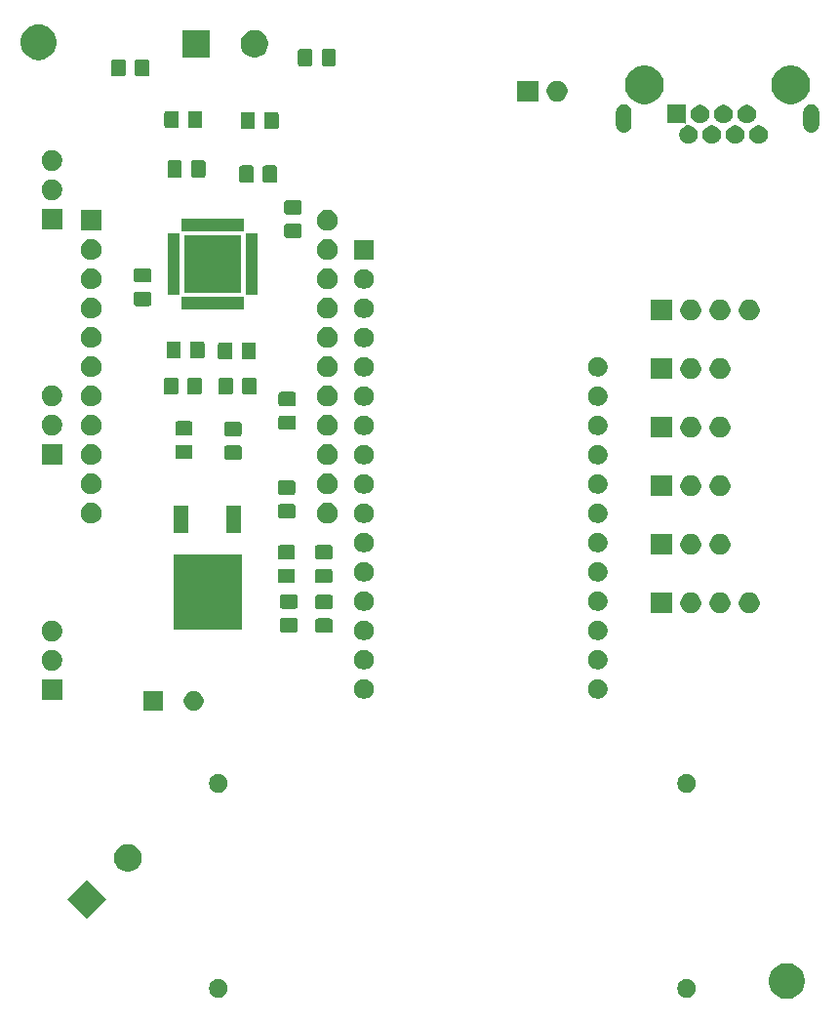
<source format=gbr>
G04 #@! TF.GenerationSoftware,KiCad,Pcbnew,(5.1.6)-1*
G04 #@! TF.CreationDate,2020-11-04T20:11:43-06:00*
G04 #@! TF.ProjectId,ControlBoardnRF_22PinSound_PowerAmp,436f6e74-726f-46c4-926f-6172646e5246,rev?*
G04 #@! TF.SameCoordinates,Original*
G04 #@! TF.FileFunction,Soldermask,Bot*
G04 #@! TF.FilePolarity,Negative*
%FSLAX46Y46*%
G04 Gerber Fmt 4.6, Leading zero omitted, Abs format (unit mm)*
G04 Created by KiCad (PCBNEW (5.1.6)-1) date 2020-11-04 20:11:43*
%MOMM*%
%LPD*%
G01*
G04 APERTURE LIST*
%ADD10C,0.100000*%
G04 APERTURE END LIST*
D10*
G36*
X177302585Y-152578802D02*
G01*
X177452410Y-152608604D01*
X177734674Y-152725521D01*
X177988705Y-152895259D01*
X178204741Y-153111295D01*
X178374479Y-153365326D01*
X178491396Y-153647590D01*
X178551000Y-153947240D01*
X178551000Y-154252760D01*
X178491396Y-154552410D01*
X178374479Y-154834674D01*
X178204741Y-155088705D01*
X177988705Y-155304741D01*
X177734674Y-155474479D01*
X177452410Y-155591396D01*
X177302585Y-155621198D01*
X177152761Y-155651000D01*
X176847239Y-155651000D01*
X176697415Y-155621198D01*
X176547590Y-155591396D01*
X176265326Y-155474479D01*
X176011295Y-155304741D01*
X175795259Y-155088705D01*
X175625521Y-154834674D01*
X175508604Y-154552410D01*
X175449000Y-154252760D01*
X175449000Y-153947240D01*
X175508604Y-153647590D01*
X175625521Y-153365326D01*
X175795259Y-153111295D01*
X176011295Y-152895259D01*
X176265326Y-152725521D01*
X176547590Y-152608604D01*
X176697415Y-152578802D01*
X176847239Y-152549000D01*
X177152761Y-152549000D01*
X177302585Y-152578802D01*
G37*
G36*
X168527642Y-153934742D02*
G01*
X168675601Y-153996029D01*
X168808755Y-154084999D01*
X168922001Y-154198245D01*
X169010971Y-154331399D01*
X169072258Y-154479358D01*
X169103500Y-154636425D01*
X169103500Y-154796575D01*
X169072258Y-154953642D01*
X169010971Y-155101601D01*
X168922001Y-155234755D01*
X168808755Y-155348001D01*
X168675601Y-155436971D01*
X168527642Y-155498258D01*
X168370575Y-155529500D01*
X168210425Y-155529500D01*
X168053358Y-155498258D01*
X167905399Y-155436971D01*
X167772245Y-155348001D01*
X167658999Y-155234755D01*
X167570029Y-155101601D01*
X167508742Y-154953642D01*
X167477500Y-154796575D01*
X167477500Y-154636425D01*
X167508742Y-154479358D01*
X167570029Y-154331399D01*
X167658999Y-154198245D01*
X167772245Y-154084999D01*
X167905399Y-153996029D01*
X168053358Y-153934742D01*
X168210425Y-153903500D01*
X168370575Y-153903500D01*
X168527642Y-153934742D01*
G37*
G36*
X127887642Y-153934742D02*
G01*
X128035601Y-153996029D01*
X128168755Y-154084999D01*
X128282001Y-154198245D01*
X128370971Y-154331399D01*
X128432258Y-154479358D01*
X128463500Y-154636425D01*
X128463500Y-154796575D01*
X128432258Y-154953642D01*
X128370971Y-155101601D01*
X128282001Y-155234755D01*
X128168755Y-155348001D01*
X128035601Y-155436971D01*
X127887642Y-155498258D01*
X127730575Y-155529500D01*
X127570425Y-155529500D01*
X127413358Y-155498258D01*
X127265399Y-155436971D01*
X127132245Y-155348001D01*
X127018999Y-155234755D01*
X126930029Y-155101601D01*
X126868742Y-154953642D01*
X126837500Y-154796575D01*
X126837500Y-154636425D01*
X126868742Y-154479358D01*
X126930029Y-154331399D01*
X127018999Y-154198245D01*
X127132245Y-154084999D01*
X127265399Y-153996029D01*
X127413358Y-153934742D01*
X127570425Y-153903500D01*
X127730575Y-153903500D01*
X127887642Y-153934742D01*
G37*
G36*
X117888571Y-147000000D02*
G01*
X116200000Y-148688571D01*
X114511429Y-147000000D01*
X116200000Y-145311429D01*
X117888571Y-147000000D01*
G37*
G36*
X120140378Y-142259782D02*
G01*
X120357671Y-142349788D01*
X120357673Y-142349789D01*
X120553232Y-142480458D01*
X120719542Y-142646768D01*
X120850212Y-142842329D01*
X120940218Y-143059622D01*
X120986102Y-143290298D01*
X120986102Y-143525498D01*
X120940218Y-143756174D01*
X120850212Y-143973467D01*
X120850211Y-143973469D01*
X120719542Y-144169028D01*
X120553232Y-144335338D01*
X120357673Y-144466007D01*
X120357672Y-144466008D01*
X120357671Y-144466008D01*
X120140378Y-144556014D01*
X119909702Y-144601898D01*
X119674502Y-144601898D01*
X119443826Y-144556014D01*
X119226533Y-144466008D01*
X119226532Y-144466008D01*
X119226531Y-144466007D01*
X119030972Y-144335338D01*
X118864662Y-144169028D01*
X118733993Y-143973469D01*
X118733992Y-143973467D01*
X118643986Y-143756174D01*
X118598102Y-143525498D01*
X118598102Y-143290298D01*
X118643986Y-143059622D01*
X118733992Y-142842329D01*
X118864662Y-142646768D01*
X119030972Y-142480458D01*
X119226531Y-142349789D01*
X119226533Y-142349788D01*
X119443826Y-142259782D01*
X119674502Y-142213898D01*
X119909702Y-142213898D01*
X120140378Y-142259782D01*
G37*
G36*
X168527642Y-136154742D02*
G01*
X168675601Y-136216029D01*
X168808755Y-136304999D01*
X168922001Y-136418245D01*
X169010971Y-136551399D01*
X169072258Y-136699358D01*
X169103500Y-136856425D01*
X169103500Y-137016575D01*
X169072258Y-137173642D01*
X169010971Y-137321601D01*
X168922001Y-137454755D01*
X168808755Y-137568001D01*
X168675601Y-137656971D01*
X168527642Y-137718258D01*
X168370575Y-137749500D01*
X168210425Y-137749500D01*
X168053358Y-137718258D01*
X167905399Y-137656971D01*
X167772245Y-137568001D01*
X167658999Y-137454755D01*
X167570029Y-137321601D01*
X167508742Y-137173642D01*
X167477500Y-137016575D01*
X167477500Y-136856425D01*
X167508742Y-136699358D01*
X167570029Y-136551399D01*
X167658999Y-136418245D01*
X167772245Y-136304999D01*
X167905399Y-136216029D01*
X168053358Y-136154742D01*
X168210425Y-136123500D01*
X168370575Y-136123500D01*
X168527642Y-136154742D01*
G37*
G36*
X127887642Y-136154742D02*
G01*
X128035601Y-136216029D01*
X128168755Y-136304999D01*
X128282001Y-136418245D01*
X128370971Y-136551399D01*
X128432258Y-136699358D01*
X128463500Y-136856425D01*
X128463500Y-137016575D01*
X128432258Y-137173642D01*
X128370971Y-137321601D01*
X128282001Y-137454755D01*
X128168755Y-137568001D01*
X128035601Y-137656971D01*
X127887642Y-137718258D01*
X127730575Y-137749500D01*
X127570425Y-137749500D01*
X127413358Y-137718258D01*
X127265399Y-137656971D01*
X127132245Y-137568001D01*
X127018999Y-137454755D01*
X126930029Y-137321601D01*
X126868742Y-137173642D01*
X126837500Y-137016575D01*
X126837500Y-136856425D01*
X126868742Y-136699358D01*
X126930029Y-136551399D01*
X127018999Y-136418245D01*
X127132245Y-136304999D01*
X127265399Y-136216029D01*
X127413358Y-136154742D01*
X127570425Y-136123500D01*
X127730575Y-136123500D01*
X127887642Y-136154742D01*
G37*
G36*
X125748228Y-128981703D02*
G01*
X125903100Y-129045853D01*
X126042481Y-129138985D01*
X126161015Y-129257519D01*
X126254147Y-129396900D01*
X126318297Y-129551772D01*
X126351000Y-129716184D01*
X126351000Y-129883816D01*
X126318297Y-130048228D01*
X126254147Y-130203100D01*
X126161015Y-130342481D01*
X126042481Y-130461015D01*
X125903100Y-130554147D01*
X125748228Y-130618297D01*
X125583816Y-130651000D01*
X125416184Y-130651000D01*
X125251772Y-130618297D01*
X125096900Y-130554147D01*
X124957519Y-130461015D01*
X124838985Y-130342481D01*
X124745853Y-130203100D01*
X124681703Y-130048228D01*
X124649000Y-129883816D01*
X124649000Y-129716184D01*
X124681703Y-129551772D01*
X124745853Y-129396900D01*
X124838985Y-129257519D01*
X124957519Y-129138985D01*
X125096900Y-129045853D01*
X125251772Y-128981703D01*
X125416184Y-128949000D01*
X125583816Y-128949000D01*
X125748228Y-128981703D01*
G37*
G36*
X122851000Y-130651000D02*
G01*
X121149000Y-130651000D01*
X121149000Y-128949000D01*
X122851000Y-128949000D01*
X122851000Y-130651000D01*
G37*
G36*
X114101000Y-129701000D02*
G01*
X112299000Y-129701000D01*
X112299000Y-127899000D01*
X114101000Y-127899000D01*
X114101000Y-129701000D01*
G37*
G36*
X160816168Y-127940643D02*
G01*
X160971040Y-128004793D01*
X161110421Y-128097925D01*
X161228955Y-128216459D01*
X161322087Y-128355840D01*
X161386237Y-128510712D01*
X161418940Y-128675124D01*
X161418940Y-128842756D01*
X161386237Y-129007168D01*
X161322087Y-129162040D01*
X161228955Y-129301421D01*
X161110421Y-129419955D01*
X160971040Y-129513087D01*
X160816168Y-129577237D01*
X160651756Y-129609940D01*
X160484124Y-129609940D01*
X160319712Y-129577237D01*
X160164840Y-129513087D01*
X160025459Y-129419955D01*
X159906925Y-129301421D01*
X159813793Y-129162040D01*
X159749643Y-129007168D01*
X159716940Y-128842756D01*
X159716940Y-128675124D01*
X159749643Y-128510712D01*
X159813793Y-128355840D01*
X159906925Y-128216459D01*
X160025459Y-128097925D01*
X160164840Y-128004793D01*
X160319712Y-127940643D01*
X160484124Y-127907940D01*
X160651756Y-127907940D01*
X160816168Y-127940643D01*
G37*
G36*
X140516168Y-127940643D02*
G01*
X140671040Y-128004793D01*
X140810421Y-128097925D01*
X140928955Y-128216459D01*
X141022087Y-128355840D01*
X141086237Y-128510712D01*
X141118940Y-128675124D01*
X141118940Y-128842756D01*
X141086237Y-129007168D01*
X141022087Y-129162040D01*
X140928955Y-129301421D01*
X140810421Y-129419955D01*
X140671040Y-129513087D01*
X140516168Y-129577237D01*
X140351756Y-129609940D01*
X140184124Y-129609940D01*
X140019712Y-129577237D01*
X139864840Y-129513087D01*
X139725459Y-129419955D01*
X139606925Y-129301421D01*
X139513793Y-129162040D01*
X139449643Y-129007168D01*
X139416940Y-128842756D01*
X139416940Y-128675124D01*
X139449643Y-128510712D01*
X139513793Y-128355840D01*
X139606925Y-128216459D01*
X139725459Y-128097925D01*
X139864840Y-128004793D01*
X140019712Y-127940643D01*
X140184124Y-127907940D01*
X140351756Y-127907940D01*
X140516168Y-127940643D01*
G37*
G36*
X113313512Y-125363927D02*
G01*
X113462812Y-125393624D01*
X113626784Y-125461544D01*
X113774354Y-125560147D01*
X113899853Y-125685646D01*
X113998456Y-125833216D01*
X114066376Y-125997188D01*
X114101000Y-126171259D01*
X114101000Y-126348741D01*
X114066376Y-126522812D01*
X113998456Y-126686784D01*
X113899853Y-126834354D01*
X113774354Y-126959853D01*
X113626784Y-127058456D01*
X113462812Y-127126376D01*
X113313512Y-127156073D01*
X113288742Y-127161000D01*
X113111258Y-127161000D01*
X113086488Y-127156073D01*
X112937188Y-127126376D01*
X112773216Y-127058456D01*
X112625646Y-126959853D01*
X112500147Y-126834354D01*
X112401544Y-126686784D01*
X112333624Y-126522812D01*
X112299000Y-126348741D01*
X112299000Y-126171259D01*
X112333624Y-125997188D01*
X112401544Y-125833216D01*
X112500147Y-125685646D01*
X112625646Y-125560147D01*
X112773216Y-125461544D01*
X112937188Y-125393624D01*
X113086488Y-125363927D01*
X113111258Y-125359000D01*
X113288742Y-125359000D01*
X113313512Y-125363927D01*
G37*
G36*
X140516168Y-125400643D02*
G01*
X140671040Y-125464793D01*
X140810421Y-125557925D01*
X140928955Y-125676459D01*
X141022087Y-125815840D01*
X141086237Y-125970712D01*
X141118940Y-126135124D01*
X141118940Y-126302756D01*
X141086237Y-126467168D01*
X141022087Y-126622040D01*
X140928955Y-126761421D01*
X140810421Y-126879955D01*
X140671040Y-126973087D01*
X140516168Y-127037237D01*
X140351756Y-127069940D01*
X140184124Y-127069940D01*
X140019712Y-127037237D01*
X139864840Y-126973087D01*
X139725459Y-126879955D01*
X139606925Y-126761421D01*
X139513793Y-126622040D01*
X139449643Y-126467168D01*
X139416940Y-126302756D01*
X139416940Y-126135124D01*
X139449643Y-125970712D01*
X139513793Y-125815840D01*
X139606925Y-125676459D01*
X139725459Y-125557925D01*
X139864840Y-125464793D01*
X140019712Y-125400643D01*
X140184124Y-125367940D01*
X140351756Y-125367940D01*
X140516168Y-125400643D01*
G37*
G36*
X160816168Y-125400643D02*
G01*
X160971040Y-125464793D01*
X161110421Y-125557925D01*
X161228955Y-125676459D01*
X161322087Y-125815840D01*
X161386237Y-125970712D01*
X161418940Y-126135124D01*
X161418940Y-126302756D01*
X161386237Y-126467168D01*
X161322087Y-126622040D01*
X161228955Y-126761421D01*
X161110421Y-126879955D01*
X160971040Y-126973087D01*
X160816168Y-127037237D01*
X160651756Y-127069940D01*
X160484124Y-127069940D01*
X160319712Y-127037237D01*
X160164840Y-126973087D01*
X160025459Y-126879955D01*
X159906925Y-126761421D01*
X159813793Y-126622040D01*
X159749643Y-126467168D01*
X159716940Y-126302756D01*
X159716940Y-126135124D01*
X159749643Y-125970712D01*
X159813793Y-125815840D01*
X159906925Y-125676459D01*
X160025459Y-125557925D01*
X160164840Y-125464793D01*
X160319712Y-125400643D01*
X160484124Y-125367940D01*
X160651756Y-125367940D01*
X160816168Y-125400643D01*
G37*
G36*
X113313512Y-122823927D02*
G01*
X113462812Y-122853624D01*
X113626784Y-122921544D01*
X113774354Y-123020147D01*
X113899853Y-123145646D01*
X113998456Y-123293216D01*
X114066376Y-123457188D01*
X114093812Y-123595124D01*
X114101000Y-123631258D01*
X114101000Y-123808742D01*
X114096437Y-123831681D01*
X114066376Y-123982812D01*
X113998456Y-124146784D01*
X113899853Y-124294354D01*
X113774354Y-124419853D01*
X113626784Y-124518456D01*
X113462812Y-124586376D01*
X113313512Y-124616073D01*
X113288742Y-124621000D01*
X113111258Y-124621000D01*
X113086488Y-124616073D01*
X112937188Y-124586376D01*
X112773216Y-124518456D01*
X112625646Y-124419853D01*
X112500147Y-124294354D01*
X112401544Y-124146784D01*
X112333624Y-123982812D01*
X112303563Y-123831681D01*
X112299000Y-123808742D01*
X112299000Y-123631258D01*
X112306188Y-123595124D01*
X112333624Y-123457188D01*
X112401544Y-123293216D01*
X112500147Y-123145646D01*
X112625646Y-123020147D01*
X112773216Y-122921544D01*
X112937188Y-122853624D01*
X113086488Y-122823927D01*
X113111258Y-122819000D01*
X113288742Y-122819000D01*
X113313512Y-122823927D01*
G37*
G36*
X140516168Y-122860643D02*
G01*
X140671040Y-122924793D01*
X140810421Y-123017925D01*
X140928955Y-123136459D01*
X141022087Y-123275840D01*
X141086237Y-123430712D01*
X141118940Y-123595124D01*
X141118940Y-123762756D01*
X141086237Y-123927168D01*
X141022087Y-124082040D01*
X140928955Y-124221421D01*
X140810421Y-124339955D01*
X140671040Y-124433087D01*
X140516168Y-124497237D01*
X140351756Y-124529940D01*
X140184124Y-124529940D01*
X140019712Y-124497237D01*
X139864840Y-124433087D01*
X139725459Y-124339955D01*
X139606925Y-124221421D01*
X139513793Y-124082040D01*
X139449643Y-123927168D01*
X139416940Y-123762756D01*
X139416940Y-123595124D01*
X139449643Y-123430712D01*
X139513793Y-123275840D01*
X139606925Y-123136459D01*
X139725459Y-123017925D01*
X139864840Y-122924793D01*
X140019712Y-122860643D01*
X140184124Y-122827940D01*
X140351756Y-122827940D01*
X140516168Y-122860643D01*
G37*
G36*
X160816168Y-122860643D02*
G01*
X160971040Y-122924793D01*
X161110421Y-123017925D01*
X161228955Y-123136459D01*
X161322087Y-123275840D01*
X161386237Y-123430712D01*
X161418940Y-123595124D01*
X161418940Y-123762756D01*
X161386237Y-123927168D01*
X161322087Y-124082040D01*
X161228955Y-124221421D01*
X161110421Y-124339955D01*
X160971040Y-124433087D01*
X160816168Y-124497237D01*
X160651756Y-124529940D01*
X160484124Y-124529940D01*
X160319712Y-124497237D01*
X160164840Y-124433087D01*
X160025459Y-124339955D01*
X159906925Y-124221421D01*
X159813793Y-124082040D01*
X159749643Y-123927168D01*
X159716940Y-123762756D01*
X159716940Y-123595124D01*
X159749643Y-123430712D01*
X159813793Y-123275840D01*
X159906925Y-123136459D01*
X160025459Y-123017925D01*
X160164840Y-122924793D01*
X160319712Y-122860643D01*
X160484124Y-122827940D01*
X160651756Y-122827940D01*
X160816168Y-122860643D01*
G37*
G36*
X137399994Y-122640685D02*
G01*
X137437687Y-122652119D01*
X137472423Y-122670686D01*
X137502868Y-122695672D01*
X137527854Y-122726117D01*
X137546421Y-122760853D01*
X137557855Y-122798546D01*
X137562320Y-122843881D01*
X137562320Y-123680559D01*
X137557855Y-123725894D01*
X137546421Y-123763587D01*
X137527854Y-123798323D01*
X137502868Y-123828768D01*
X137472423Y-123853754D01*
X137437687Y-123872321D01*
X137399994Y-123883755D01*
X137354659Y-123888220D01*
X136267981Y-123888220D01*
X136222646Y-123883755D01*
X136184953Y-123872321D01*
X136150217Y-123853754D01*
X136119772Y-123828768D01*
X136094786Y-123798323D01*
X136076219Y-123763587D01*
X136064785Y-123725894D01*
X136060320Y-123680559D01*
X136060320Y-122843881D01*
X136064785Y-122798546D01*
X136076219Y-122760853D01*
X136094786Y-122726117D01*
X136119772Y-122695672D01*
X136150217Y-122670686D01*
X136184953Y-122652119D01*
X136222646Y-122640685D01*
X136267981Y-122636220D01*
X137354659Y-122636220D01*
X137399994Y-122640685D01*
G37*
G36*
X134354534Y-122600045D02*
G01*
X134392227Y-122611479D01*
X134426963Y-122630046D01*
X134457408Y-122655032D01*
X134482394Y-122685477D01*
X134500961Y-122720213D01*
X134512395Y-122757906D01*
X134516860Y-122803241D01*
X134516860Y-123639919D01*
X134512395Y-123685254D01*
X134500961Y-123722947D01*
X134482394Y-123757683D01*
X134457408Y-123788128D01*
X134426963Y-123813114D01*
X134392227Y-123831681D01*
X134354534Y-123843115D01*
X134309199Y-123847580D01*
X133222521Y-123847580D01*
X133177186Y-123843115D01*
X133139493Y-123831681D01*
X133104757Y-123813114D01*
X133074312Y-123788128D01*
X133049326Y-123757683D01*
X133030759Y-123722947D01*
X133019325Y-123685254D01*
X133014860Y-123639919D01*
X133014860Y-122803241D01*
X133019325Y-122757906D01*
X133030759Y-122720213D01*
X133049326Y-122685477D01*
X133074312Y-122655032D01*
X133104757Y-122630046D01*
X133139493Y-122611479D01*
X133177186Y-122600045D01*
X133222521Y-122595580D01*
X134309199Y-122595580D01*
X134354534Y-122600045D01*
G37*
G36*
X129659200Y-123602400D02*
G01*
X123757200Y-123602400D01*
X123757200Y-117100400D01*
X129659200Y-117100400D01*
X129659200Y-123602400D01*
G37*
G36*
X173833512Y-120403927D02*
G01*
X173982812Y-120433624D01*
X174146784Y-120501544D01*
X174294354Y-120600147D01*
X174419853Y-120725646D01*
X174518456Y-120873216D01*
X174586376Y-121037188D01*
X174621000Y-121211259D01*
X174621000Y-121388741D01*
X174586376Y-121562812D01*
X174518456Y-121726784D01*
X174419853Y-121874354D01*
X174294354Y-121999853D01*
X174146784Y-122098456D01*
X173982812Y-122166376D01*
X173833512Y-122196073D01*
X173808742Y-122201000D01*
X173631258Y-122201000D01*
X173606488Y-122196073D01*
X173457188Y-122166376D01*
X173293216Y-122098456D01*
X173145646Y-121999853D01*
X173020147Y-121874354D01*
X172921544Y-121726784D01*
X172853624Y-121562812D01*
X172819000Y-121388741D01*
X172819000Y-121211259D01*
X172853624Y-121037188D01*
X172921544Y-120873216D01*
X173020147Y-120725646D01*
X173145646Y-120600147D01*
X173293216Y-120501544D01*
X173457188Y-120433624D01*
X173606488Y-120403927D01*
X173631258Y-120399000D01*
X173808742Y-120399000D01*
X173833512Y-120403927D01*
G37*
G36*
X171293512Y-120403927D02*
G01*
X171442812Y-120433624D01*
X171606784Y-120501544D01*
X171754354Y-120600147D01*
X171879853Y-120725646D01*
X171978456Y-120873216D01*
X172046376Y-121037188D01*
X172081000Y-121211259D01*
X172081000Y-121388741D01*
X172046376Y-121562812D01*
X171978456Y-121726784D01*
X171879853Y-121874354D01*
X171754354Y-121999853D01*
X171606784Y-122098456D01*
X171442812Y-122166376D01*
X171293512Y-122196073D01*
X171268742Y-122201000D01*
X171091258Y-122201000D01*
X171066488Y-122196073D01*
X170917188Y-122166376D01*
X170753216Y-122098456D01*
X170605646Y-121999853D01*
X170480147Y-121874354D01*
X170381544Y-121726784D01*
X170313624Y-121562812D01*
X170279000Y-121388741D01*
X170279000Y-121211259D01*
X170313624Y-121037188D01*
X170381544Y-120873216D01*
X170480147Y-120725646D01*
X170605646Y-120600147D01*
X170753216Y-120501544D01*
X170917188Y-120433624D01*
X171066488Y-120403927D01*
X171091258Y-120399000D01*
X171268742Y-120399000D01*
X171293512Y-120403927D01*
G37*
G36*
X168753512Y-120403927D02*
G01*
X168902812Y-120433624D01*
X169066784Y-120501544D01*
X169214354Y-120600147D01*
X169339853Y-120725646D01*
X169438456Y-120873216D01*
X169506376Y-121037188D01*
X169541000Y-121211259D01*
X169541000Y-121388741D01*
X169506376Y-121562812D01*
X169438456Y-121726784D01*
X169339853Y-121874354D01*
X169214354Y-121999853D01*
X169066784Y-122098456D01*
X168902812Y-122166376D01*
X168753512Y-122196073D01*
X168728742Y-122201000D01*
X168551258Y-122201000D01*
X168526488Y-122196073D01*
X168377188Y-122166376D01*
X168213216Y-122098456D01*
X168065646Y-121999853D01*
X167940147Y-121874354D01*
X167841544Y-121726784D01*
X167773624Y-121562812D01*
X167739000Y-121388741D01*
X167739000Y-121211259D01*
X167773624Y-121037188D01*
X167841544Y-120873216D01*
X167940147Y-120725646D01*
X168065646Y-120600147D01*
X168213216Y-120501544D01*
X168377188Y-120433624D01*
X168526488Y-120403927D01*
X168551258Y-120399000D01*
X168728742Y-120399000D01*
X168753512Y-120403927D01*
G37*
G36*
X167001000Y-122201000D02*
G01*
X165199000Y-122201000D01*
X165199000Y-120399000D01*
X167001000Y-120399000D01*
X167001000Y-122201000D01*
G37*
G36*
X160816168Y-120320643D02*
G01*
X160971040Y-120384793D01*
X161110421Y-120477925D01*
X161228955Y-120596459D01*
X161322087Y-120735840D01*
X161386237Y-120890712D01*
X161418940Y-121055124D01*
X161418940Y-121222756D01*
X161386237Y-121387168D01*
X161322087Y-121542040D01*
X161228955Y-121681421D01*
X161110421Y-121799955D01*
X160971040Y-121893087D01*
X160816168Y-121957237D01*
X160651756Y-121989940D01*
X160484124Y-121989940D01*
X160319712Y-121957237D01*
X160164840Y-121893087D01*
X160025459Y-121799955D01*
X159906925Y-121681421D01*
X159813793Y-121542040D01*
X159749643Y-121387168D01*
X159716940Y-121222756D01*
X159716940Y-121055124D01*
X159749643Y-120890712D01*
X159813793Y-120735840D01*
X159906925Y-120596459D01*
X160025459Y-120477925D01*
X160164840Y-120384793D01*
X160319712Y-120320643D01*
X160484124Y-120287940D01*
X160651756Y-120287940D01*
X160816168Y-120320643D01*
G37*
G36*
X140516168Y-120320643D02*
G01*
X140671040Y-120384793D01*
X140810421Y-120477925D01*
X140928955Y-120596459D01*
X141022087Y-120735840D01*
X141086237Y-120890712D01*
X141118940Y-121055124D01*
X141118940Y-121222756D01*
X141086237Y-121387168D01*
X141022087Y-121542040D01*
X140928955Y-121681421D01*
X140810421Y-121799955D01*
X140671040Y-121893087D01*
X140516168Y-121957237D01*
X140351756Y-121989940D01*
X140184124Y-121989940D01*
X140019712Y-121957237D01*
X139864840Y-121893087D01*
X139725459Y-121799955D01*
X139606925Y-121681421D01*
X139513793Y-121542040D01*
X139449643Y-121387168D01*
X139416940Y-121222756D01*
X139416940Y-121055124D01*
X139449643Y-120890712D01*
X139513793Y-120735840D01*
X139606925Y-120596459D01*
X139725459Y-120477925D01*
X139864840Y-120384793D01*
X140019712Y-120320643D01*
X140184124Y-120287940D01*
X140351756Y-120287940D01*
X140516168Y-120320643D01*
G37*
G36*
X137399994Y-120590685D02*
G01*
X137437687Y-120602119D01*
X137472423Y-120620686D01*
X137502868Y-120645672D01*
X137527854Y-120676117D01*
X137546421Y-120710853D01*
X137557855Y-120748546D01*
X137562320Y-120793881D01*
X137562320Y-121630559D01*
X137557855Y-121675894D01*
X137546421Y-121713587D01*
X137527854Y-121748323D01*
X137502868Y-121778768D01*
X137472423Y-121803754D01*
X137437687Y-121822321D01*
X137399994Y-121833755D01*
X137354659Y-121838220D01*
X136267981Y-121838220D01*
X136222646Y-121833755D01*
X136184953Y-121822321D01*
X136150217Y-121803754D01*
X136119772Y-121778768D01*
X136094786Y-121748323D01*
X136076219Y-121713587D01*
X136064785Y-121675894D01*
X136060320Y-121630559D01*
X136060320Y-120793881D01*
X136064785Y-120748546D01*
X136076219Y-120710853D01*
X136094786Y-120676117D01*
X136119772Y-120645672D01*
X136150217Y-120620686D01*
X136184953Y-120602119D01*
X136222646Y-120590685D01*
X136267981Y-120586220D01*
X137354659Y-120586220D01*
X137399994Y-120590685D01*
G37*
G36*
X134354534Y-120550045D02*
G01*
X134392227Y-120561479D01*
X134426963Y-120580046D01*
X134457408Y-120605032D01*
X134482394Y-120635477D01*
X134500961Y-120670213D01*
X134512395Y-120707906D01*
X134516860Y-120753241D01*
X134516860Y-121589919D01*
X134512395Y-121635254D01*
X134500961Y-121672947D01*
X134482394Y-121707683D01*
X134457408Y-121738128D01*
X134426963Y-121763114D01*
X134392227Y-121781681D01*
X134354534Y-121793115D01*
X134309199Y-121797580D01*
X133222521Y-121797580D01*
X133177186Y-121793115D01*
X133139493Y-121781681D01*
X133104757Y-121763114D01*
X133074312Y-121738128D01*
X133049326Y-121707683D01*
X133030759Y-121672947D01*
X133019325Y-121635254D01*
X133014860Y-121589919D01*
X133014860Y-120753241D01*
X133019325Y-120707906D01*
X133030759Y-120670213D01*
X133049326Y-120635477D01*
X133074312Y-120605032D01*
X133104757Y-120580046D01*
X133139493Y-120561479D01*
X133177186Y-120550045D01*
X133222521Y-120545580D01*
X134309199Y-120545580D01*
X134354534Y-120550045D01*
G37*
G36*
X137370514Y-118332585D02*
G01*
X137408207Y-118344019D01*
X137442943Y-118362586D01*
X137473388Y-118387572D01*
X137498374Y-118418017D01*
X137516941Y-118452753D01*
X137528375Y-118490446D01*
X137532840Y-118535781D01*
X137532840Y-119372459D01*
X137528375Y-119417794D01*
X137516941Y-119455487D01*
X137498374Y-119490223D01*
X137473388Y-119520668D01*
X137442943Y-119545654D01*
X137408207Y-119564221D01*
X137370514Y-119575655D01*
X137325179Y-119580120D01*
X136238501Y-119580120D01*
X136193166Y-119575655D01*
X136155473Y-119564221D01*
X136120737Y-119545654D01*
X136090292Y-119520668D01*
X136065306Y-119490223D01*
X136046739Y-119455487D01*
X136035305Y-119417794D01*
X136030840Y-119372459D01*
X136030840Y-118535781D01*
X136035305Y-118490446D01*
X136046739Y-118452753D01*
X136065306Y-118418017D01*
X136090292Y-118387572D01*
X136120737Y-118362586D01*
X136155473Y-118344019D01*
X136193166Y-118332585D01*
X136238501Y-118328120D01*
X137325179Y-118328120D01*
X137370514Y-118332585D01*
G37*
G36*
X134144714Y-118332585D02*
G01*
X134182407Y-118344019D01*
X134217143Y-118362586D01*
X134247588Y-118387572D01*
X134272574Y-118418017D01*
X134291141Y-118452753D01*
X134302575Y-118490446D01*
X134307040Y-118535781D01*
X134307040Y-119372459D01*
X134302575Y-119417794D01*
X134291141Y-119455487D01*
X134272574Y-119490223D01*
X134247588Y-119520668D01*
X134217143Y-119545654D01*
X134182407Y-119564221D01*
X134144714Y-119575655D01*
X134099379Y-119580120D01*
X133012701Y-119580120D01*
X132967366Y-119575655D01*
X132929673Y-119564221D01*
X132894937Y-119545654D01*
X132864492Y-119520668D01*
X132839506Y-119490223D01*
X132820939Y-119455487D01*
X132809505Y-119417794D01*
X132805040Y-119372459D01*
X132805040Y-118535781D01*
X132809505Y-118490446D01*
X132820939Y-118452753D01*
X132839506Y-118418017D01*
X132864492Y-118387572D01*
X132894937Y-118362586D01*
X132929673Y-118344019D01*
X132967366Y-118332585D01*
X133012701Y-118328120D01*
X134099379Y-118328120D01*
X134144714Y-118332585D01*
G37*
G36*
X160816168Y-117780643D02*
G01*
X160971040Y-117844793D01*
X161110421Y-117937925D01*
X161228955Y-118056459D01*
X161322087Y-118195840D01*
X161386237Y-118350712D01*
X161418940Y-118515124D01*
X161418940Y-118682756D01*
X161386237Y-118847168D01*
X161322087Y-119002040D01*
X161228955Y-119141421D01*
X161110421Y-119259955D01*
X160971040Y-119353087D01*
X160816168Y-119417237D01*
X160651756Y-119449940D01*
X160484124Y-119449940D01*
X160319712Y-119417237D01*
X160164840Y-119353087D01*
X160025459Y-119259955D01*
X159906925Y-119141421D01*
X159813793Y-119002040D01*
X159749643Y-118847168D01*
X159716940Y-118682756D01*
X159716940Y-118515124D01*
X159749643Y-118350712D01*
X159813793Y-118195840D01*
X159906925Y-118056459D01*
X160025459Y-117937925D01*
X160164840Y-117844793D01*
X160319712Y-117780643D01*
X160484124Y-117747940D01*
X160651756Y-117747940D01*
X160816168Y-117780643D01*
G37*
G36*
X140516168Y-117780643D02*
G01*
X140671040Y-117844793D01*
X140810421Y-117937925D01*
X140928955Y-118056459D01*
X141022087Y-118195840D01*
X141086237Y-118350712D01*
X141118940Y-118515124D01*
X141118940Y-118682756D01*
X141086237Y-118847168D01*
X141022087Y-119002040D01*
X140928955Y-119141421D01*
X140810421Y-119259955D01*
X140671040Y-119353087D01*
X140516168Y-119417237D01*
X140351756Y-119449940D01*
X140184124Y-119449940D01*
X140019712Y-119417237D01*
X139864840Y-119353087D01*
X139725459Y-119259955D01*
X139606925Y-119141421D01*
X139513793Y-119002040D01*
X139449643Y-118847168D01*
X139416940Y-118682756D01*
X139416940Y-118515124D01*
X139449643Y-118350712D01*
X139513793Y-118195840D01*
X139606925Y-118056459D01*
X139725459Y-117937925D01*
X139864840Y-117844793D01*
X140019712Y-117780643D01*
X140184124Y-117747940D01*
X140351756Y-117747940D01*
X140516168Y-117780643D01*
G37*
G36*
X137370514Y-116282585D02*
G01*
X137408207Y-116294019D01*
X137442943Y-116312586D01*
X137473388Y-116337572D01*
X137498374Y-116368017D01*
X137516941Y-116402753D01*
X137528375Y-116440446D01*
X137532840Y-116485781D01*
X137532840Y-117322459D01*
X137528375Y-117367794D01*
X137516941Y-117405487D01*
X137498374Y-117440223D01*
X137473388Y-117470668D01*
X137442943Y-117495654D01*
X137408207Y-117514221D01*
X137370514Y-117525655D01*
X137325179Y-117530120D01*
X136238501Y-117530120D01*
X136193166Y-117525655D01*
X136155473Y-117514221D01*
X136120737Y-117495654D01*
X136090292Y-117470668D01*
X136065306Y-117440223D01*
X136046739Y-117405487D01*
X136035305Y-117367794D01*
X136030840Y-117322459D01*
X136030840Y-116485781D01*
X136035305Y-116440446D01*
X136046739Y-116402753D01*
X136065306Y-116368017D01*
X136090292Y-116337572D01*
X136120737Y-116312586D01*
X136155473Y-116294019D01*
X136193166Y-116282585D01*
X136238501Y-116278120D01*
X137325179Y-116278120D01*
X137370514Y-116282585D01*
G37*
G36*
X134144714Y-116282585D02*
G01*
X134182407Y-116294019D01*
X134217143Y-116312586D01*
X134247588Y-116337572D01*
X134272574Y-116368017D01*
X134291141Y-116402753D01*
X134302575Y-116440446D01*
X134307040Y-116485781D01*
X134307040Y-117322459D01*
X134302575Y-117367794D01*
X134291141Y-117405487D01*
X134272574Y-117440223D01*
X134247588Y-117470668D01*
X134217143Y-117495654D01*
X134182407Y-117514221D01*
X134144714Y-117525655D01*
X134099379Y-117530120D01*
X133012701Y-117530120D01*
X132967366Y-117525655D01*
X132929673Y-117514221D01*
X132894937Y-117495654D01*
X132864492Y-117470668D01*
X132839506Y-117440223D01*
X132820939Y-117405487D01*
X132809505Y-117367794D01*
X132805040Y-117322459D01*
X132805040Y-116485781D01*
X132809505Y-116440446D01*
X132820939Y-116402753D01*
X132839506Y-116368017D01*
X132864492Y-116337572D01*
X132894937Y-116312586D01*
X132929673Y-116294019D01*
X132967366Y-116282585D01*
X133012701Y-116278120D01*
X134099379Y-116278120D01*
X134144714Y-116282585D01*
G37*
G36*
X171293512Y-115323927D02*
G01*
X171442812Y-115353624D01*
X171606784Y-115421544D01*
X171754354Y-115520147D01*
X171879853Y-115645646D01*
X171978456Y-115793216D01*
X172046376Y-115957188D01*
X172081000Y-116131259D01*
X172081000Y-116308741D01*
X172046376Y-116482812D01*
X171978456Y-116646784D01*
X171879853Y-116794354D01*
X171754354Y-116919853D01*
X171606784Y-117018456D01*
X171442812Y-117086376D01*
X171293512Y-117116073D01*
X171268742Y-117121000D01*
X171091258Y-117121000D01*
X171066488Y-117116073D01*
X170917188Y-117086376D01*
X170753216Y-117018456D01*
X170605646Y-116919853D01*
X170480147Y-116794354D01*
X170381544Y-116646784D01*
X170313624Y-116482812D01*
X170279000Y-116308741D01*
X170279000Y-116131259D01*
X170313624Y-115957188D01*
X170381544Y-115793216D01*
X170480147Y-115645646D01*
X170605646Y-115520147D01*
X170753216Y-115421544D01*
X170917188Y-115353624D01*
X171066488Y-115323927D01*
X171091258Y-115319000D01*
X171268742Y-115319000D01*
X171293512Y-115323927D01*
G37*
G36*
X167001000Y-117121000D02*
G01*
X165199000Y-117121000D01*
X165199000Y-115319000D01*
X167001000Y-115319000D01*
X167001000Y-117121000D01*
G37*
G36*
X168753512Y-115323927D02*
G01*
X168902812Y-115353624D01*
X169066784Y-115421544D01*
X169214354Y-115520147D01*
X169339853Y-115645646D01*
X169438456Y-115793216D01*
X169506376Y-115957188D01*
X169541000Y-116131259D01*
X169541000Y-116308741D01*
X169506376Y-116482812D01*
X169438456Y-116646784D01*
X169339853Y-116794354D01*
X169214354Y-116919853D01*
X169066784Y-117018456D01*
X168902812Y-117086376D01*
X168753512Y-117116073D01*
X168728742Y-117121000D01*
X168551258Y-117121000D01*
X168526488Y-117116073D01*
X168377188Y-117086376D01*
X168213216Y-117018456D01*
X168065646Y-116919853D01*
X167940147Y-116794354D01*
X167841544Y-116646784D01*
X167773624Y-116482812D01*
X167739000Y-116308741D01*
X167739000Y-116131259D01*
X167773624Y-115957188D01*
X167841544Y-115793216D01*
X167940147Y-115645646D01*
X168065646Y-115520147D01*
X168213216Y-115421544D01*
X168377188Y-115353624D01*
X168526488Y-115323927D01*
X168551258Y-115319000D01*
X168728742Y-115319000D01*
X168753512Y-115323927D01*
G37*
G36*
X140516168Y-115240643D02*
G01*
X140671040Y-115304793D01*
X140810421Y-115397925D01*
X140928955Y-115516459D01*
X141022087Y-115655840D01*
X141086237Y-115810712D01*
X141118940Y-115975124D01*
X141118940Y-116142756D01*
X141086237Y-116307168D01*
X141022087Y-116462040D01*
X140928955Y-116601421D01*
X140810421Y-116719955D01*
X140671040Y-116813087D01*
X140516168Y-116877237D01*
X140351756Y-116909940D01*
X140184124Y-116909940D01*
X140019712Y-116877237D01*
X139864840Y-116813087D01*
X139725459Y-116719955D01*
X139606925Y-116601421D01*
X139513793Y-116462040D01*
X139449643Y-116307168D01*
X139416940Y-116142756D01*
X139416940Y-115975124D01*
X139449643Y-115810712D01*
X139513793Y-115655840D01*
X139606925Y-115516459D01*
X139725459Y-115397925D01*
X139864840Y-115304793D01*
X140019712Y-115240643D01*
X140184124Y-115207940D01*
X140351756Y-115207940D01*
X140516168Y-115240643D01*
G37*
G36*
X160816168Y-115240643D02*
G01*
X160971040Y-115304793D01*
X161110421Y-115397925D01*
X161228955Y-115516459D01*
X161322087Y-115655840D01*
X161386237Y-115810712D01*
X161418940Y-115975124D01*
X161418940Y-116142756D01*
X161386237Y-116307168D01*
X161322087Y-116462040D01*
X161228955Y-116601421D01*
X161110421Y-116719955D01*
X160971040Y-116813087D01*
X160816168Y-116877237D01*
X160651756Y-116909940D01*
X160484124Y-116909940D01*
X160319712Y-116877237D01*
X160164840Y-116813087D01*
X160025459Y-116719955D01*
X159906925Y-116601421D01*
X159813793Y-116462040D01*
X159749643Y-116307168D01*
X159716940Y-116142756D01*
X159716940Y-115975124D01*
X159749643Y-115810712D01*
X159813793Y-115655840D01*
X159906925Y-115516459D01*
X160025459Y-115397925D01*
X160164840Y-115304793D01*
X160319712Y-115240643D01*
X160484124Y-115207940D01*
X160651756Y-115207940D01*
X160816168Y-115240643D01*
G37*
G36*
X125079200Y-115202400D02*
G01*
X123777200Y-115202400D01*
X123777200Y-112900400D01*
X125079200Y-112900400D01*
X125079200Y-115202400D01*
G37*
G36*
X129639200Y-115202400D02*
G01*
X128337200Y-115202400D01*
X128337200Y-112900400D01*
X129639200Y-112900400D01*
X129639200Y-115202400D01*
G37*
G36*
X137213512Y-112603927D02*
G01*
X137362812Y-112633624D01*
X137526784Y-112701544D01*
X137674354Y-112800147D01*
X137799853Y-112925646D01*
X137898456Y-113073216D01*
X137966376Y-113237188D01*
X138001000Y-113411259D01*
X138001000Y-113588741D01*
X137966376Y-113762812D01*
X137898456Y-113926784D01*
X137799853Y-114074354D01*
X137674354Y-114199853D01*
X137526784Y-114298456D01*
X137362812Y-114366376D01*
X137213512Y-114396073D01*
X137188742Y-114401000D01*
X137011258Y-114401000D01*
X136986488Y-114396073D01*
X136837188Y-114366376D01*
X136673216Y-114298456D01*
X136525646Y-114199853D01*
X136400147Y-114074354D01*
X136301544Y-113926784D01*
X136233624Y-113762812D01*
X136199000Y-113588741D01*
X136199000Y-113411259D01*
X136233624Y-113237188D01*
X136301544Y-113073216D01*
X136400147Y-112925646D01*
X136525646Y-112800147D01*
X136673216Y-112701544D01*
X136837188Y-112633624D01*
X136986488Y-112603927D01*
X137011258Y-112599000D01*
X137188742Y-112599000D01*
X137213512Y-112603927D01*
G37*
G36*
X116713512Y-112603927D02*
G01*
X116862812Y-112633624D01*
X117026784Y-112701544D01*
X117174354Y-112800147D01*
X117299853Y-112925646D01*
X117398456Y-113073216D01*
X117466376Y-113237188D01*
X117501000Y-113411259D01*
X117501000Y-113588741D01*
X117466376Y-113762812D01*
X117398456Y-113926784D01*
X117299853Y-114074354D01*
X117174354Y-114199853D01*
X117026784Y-114298456D01*
X116862812Y-114366376D01*
X116713512Y-114396073D01*
X116688742Y-114401000D01*
X116511258Y-114401000D01*
X116486488Y-114396073D01*
X116337188Y-114366376D01*
X116173216Y-114298456D01*
X116025646Y-114199853D01*
X115900147Y-114074354D01*
X115801544Y-113926784D01*
X115733624Y-113762812D01*
X115699000Y-113588741D01*
X115699000Y-113411259D01*
X115733624Y-113237188D01*
X115801544Y-113073216D01*
X115900147Y-112925646D01*
X116025646Y-112800147D01*
X116173216Y-112701544D01*
X116337188Y-112633624D01*
X116486488Y-112603927D01*
X116511258Y-112599000D01*
X116688742Y-112599000D01*
X116713512Y-112603927D01*
G37*
G36*
X140516168Y-112700643D02*
G01*
X140671040Y-112764793D01*
X140810421Y-112857925D01*
X140928955Y-112976459D01*
X141022087Y-113115840D01*
X141086237Y-113270712D01*
X141118940Y-113435124D01*
X141118940Y-113602756D01*
X141086237Y-113767168D01*
X141022087Y-113922040D01*
X140928955Y-114061421D01*
X140810421Y-114179955D01*
X140671040Y-114273087D01*
X140516168Y-114337237D01*
X140351756Y-114369940D01*
X140184124Y-114369940D01*
X140019712Y-114337237D01*
X139864840Y-114273087D01*
X139725459Y-114179955D01*
X139606925Y-114061421D01*
X139513793Y-113922040D01*
X139449643Y-113767168D01*
X139416940Y-113602756D01*
X139416940Y-113435124D01*
X139449643Y-113270712D01*
X139513793Y-113115840D01*
X139606925Y-112976459D01*
X139725459Y-112857925D01*
X139864840Y-112764793D01*
X140019712Y-112700643D01*
X140184124Y-112667940D01*
X140351756Y-112667940D01*
X140516168Y-112700643D01*
G37*
G36*
X160816168Y-112700643D02*
G01*
X160971040Y-112764793D01*
X161110421Y-112857925D01*
X161228955Y-112976459D01*
X161322087Y-113115840D01*
X161386237Y-113270712D01*
X161418940Y-113435124D01*
X161418940Y-113602756D01*
X161386237Y-113767168D01*
X161322087Y-113922040D01*
X161228955Y-114061421D01*
X161110421Y-114179955D01*
X160971040Y-114273087D01*
X160816168Y-114337237D01*
X160651756Y-114369940D01*
X160484124Y-114369940D01*
X160319712Y-114337237D01*
X160164840Y-114273087D01*
X160025459Y-114179955D01*
X159906925Y-114061421D01*
X159813793Y-113922040D01*
X159749643Y-113767168D01*
X159716940Y-113602756D01*
X159716940Y-113435124D01*
X159749643Y-113270712D01*
X159813793Y-113115840D01*
X159906925Y-112976459D01*
X160025459Y-112857925D01*
X160164840Y-112764793D01*
X160319712Y-112700643D01*
X160484124Y-112667940D01*
X160651756Y-112667940D01*
X160816168Y-112700643D01*
G37*
G36*
X134153874Y-112727065D02*
G01*
X134191567Y-112738499D01*
X134226303Y-112757066D01*
X134256748Y-112782052D01*
X134281734Y-112812497D01*
X134300301Y-112847233D01*
X134311735Y-112884926D01*
X134316200Y-112930261D01*
X134316200Y-113766939D01*
X134311735Y-113812274D01*
X134300301Y-113849967D01*
X134281734Y-113884703D01*
X134256748Y-113915148D01*
X134226303Y-113940134D01*
X134191567Y-113958701D01*
X134153874Y-113970135D01*
X134108539Y-113974600D01*
X133021861Y-113974600D01*
X132976526Y-113970135D01*
X132938833Y-113958701D01*
X132904097Y-113940134D01*
X132873652Y-113915148D01*
X132848666Y-113884703D01*
X132830099Y-113849967D01*
X132818665Y-113812274D01*
X132814200Y-113766939D01*
X132814200Y-112930261D01*
X132818665Y-112884926D01*
X132830099Y-112847233D01*
X132848666Y-112812497D01*
X132873652Y-112782052D01*
X132904097Y-112757066D01*
X132938833Y-112738499D01*
X132976526Y-112727065D01*
X133021861Y-112722600D01*
X134108539Y-112722600D01*
X134153874Y-112727065D01*
G37*
G36*
X168753512Y-110243927D02*
G01*
X168902812Y-110273624D01*
X169066784Y-110341544D01*
X169214354Y-110440147D01*
X169339853Y-110565646D01*
X169438456Y-110713216D01*
X169506376Y-110877188D01*
X169536073Y-111026488D01*
X169540500Y-111048742D01*
X169541000Y-111051259D01*
X169541000Y-111228741D01*
X169506376Y-111402812D01*
X169438456Y-111566784D01*
X169339853Y-111714354D01*
X169214354Y-111839853D01*
X169066784Y-111938456D01*
X168902812Y-112006376D01*
X168753512Y-112036073D01*
X168728742Y-112041000D01*
X168551258Y-112041000D01*
X168526488Y-112036073D01*
X168377188Y-112006376D01*
X168213216Y-111938456D01*
X168065646Y-111839853D01*
X167940147Y-111714354D01*
X167841544Y-111566784D01*
X167773624Y-111402812D01*
X167739000Y-111228741D01*
X167739000Y-111051259D01*
X167739501Y-111048742D01*
X167743927Y-111026488D01*
X167773624Y-110877188D01*
X167841544Y-110713216D01*
X167940147Y-110565646D01*
X168065646Y-110440147D01*
X168213216Y-110341544D01*
X168377188Y-110273624D01*
X168526488Y-110243927D01*
X168551258Y-110239000D01*
X168728742Y-110239000D01*
X168753512Y-110243927D01*
G37*
G36*
X171293512Y-110243927D02*
G01*
X171442812Y-110273624D01*
X171606784Y-110341544D01*
X171754354Y-110440147D01*
X171879853Y-110565646D01*
X171978456Y-110713216D01*
X172046376Y-110877188D01*
X172076073Y-111026488D01*
X172080500Y-111048742D01*
X172081000Y-111051259D01*
X172081000Y-111228741D01*
X172046376Y-111402812D01*
X171978456Y-111566784D01*
X171879853Y-111714354D01*
X171754354Y-111839853D01*
X171606784Y-111938456D01*
X171442812Y-112006376D01*
X171293512Y-112036073D01*
X171268742Y-112041000D01*
X171091258Y-112041000D01*
X171066488Y-112036073D01*
X170917188Y-112006376D01*
X170753216Y-111938456D01*
X170605646Y-111839853D01*
X170480147Y-111714354D01*
X170381544Y-111566784D01*
X170313624Y-111402812D01*
X170279000Y-111228741D01*
X170279000Y-111051259D01*
X170279501Y-111048742D01*
X170283927Y-111026488D01*
X170313624Y-110877188D01*
X170381544Y-110713216D01*
X170480147Y-110565646D01*
X170605646Y-110440147D01*
X170753216Y-110341544D01*
X170917188Y-110273624D01*
X171066488Y-110243927D01*
X171091258Y-110239000D01*
X171268742Y-110239000D01*
X171293512Y-110243927D01*
G37*
G36*
X167001000Y-112041000D02*
G01*
X165199000Y-112041000D01*
X165199000Y-110239000D01*
X167001000Y-110239000D01*
X167001000Y-112041000D01*
G37*
G36*
X134153874Y-110677065D02*
G01*
X134191567Y-110688499D01*
X134226303Y-110707066D01*
X134256748Y-110732052D01*
X134281734Y-110762497D01*
X134300301Y-110797233D01*
X134311735Y-110834926D01*
X134316200Y-110880261D01*
X134316200Y-111716939D01*
X134311735Y-111762274D01*
X134300301Y-111799967D01*
X134281734Y-111834703D01*
X134256748Y-111865148D01*
X134226303Y-111890134D01*
X134191567Y-111908701D01*
X134153874Y-111920135D01*
X134108539Y-111924600D01*
X133021861Y-111924600D01*
X132976526Y-111920135D01*
X132938833Y-111908701D01*
X132904097Y-111890134D01*
X132873652Y-111865148D01*
X132848666Y-111834703D01*
X132830099Y-111799967D01*
X132818665Y-111762274D01*
X132814200Y-111716939D01*
X132814200Y-110880261D01*
X132818665Y-110834926D01*
X132830099Y-110797233D01*
X132848666Y-110762497D01*
X132873652Y-110732052D01*
X132904097Y-110707066D01*
X132938833Y-110688499D01*
X132976526Y-110677065D01*
X133021861Y-110672600D01*
X134108539Y-110672600D01*
X134153874Y-110677065D01*
G37*
G36*
X116713512Y-110063927D02*
G01*
X116862812Y-110093624D01*
X117026784Y-110161544D01*
X117174354Y-110260147D01*
X117299853Y-110385646D01*
X117398456Y-110533216D01*
X117466376Y-110697188D01*
X117493773Y-110834926D01*
X117501000Y-110871258D01*
X117501000Y-111048742D01*
X117500499Y-111051259D01*
X117466376Y-111222812D01*
X117398456Y-111386784D01*
X117299853Y-111534354D01*
X117174354Y-111659853D01*
X117026784Y-111758456D01*
X116862812Y-111826376D01*
X116713512Y-111856073D01*
X116688742Y-111861000D01*
X116511258Y-111861000D01*
X116486488Y-111856073D01*
X116337188Y-111826376D01*
X116173216Y-111758456D01*
X116025646Y-111659853D01*
X115900147Y-111534354D01*
X115801544Y-111386784D01*
X115733624Y-111222812D01*
X115699501Y-111051259D01*
X115699000Y-111048742D01*
X115699000Y-110871258D01*
X115706227Y-110834926D01*
X115733624Y-110697188D01*
X115801544Y-110533216D01*
X115900147Y-110385646D01*
X116025646Y-110260147D01*
X116173216Y-110161544D01*
X116337188Y-110093624D01*
X116486488Y-110063927D01*
X116511258Y-110059000D01*
X116688742Y-110059000D01*
X116713512Y-110063927D01*
G37*
G36*
X137213512Y-110063927D02*
G01*
X137362812Y-110093624D01*
X137526784Y-110161544D01*
X137674354Y-110260147D01*
X137799853Y-110385646D01*
X137898456Y-110533216D01*
X137966376Y-110697188D01*
X137993773Y-110834926D01*
X138001000Y-110871258D01*
X138001000Y-111048742D01*
X138000499Y-111051259D01*
X137966376Y-111222812D01*
X137898456Y-111386784D01*
X137799853Y-111534354D01*
X137674354Y-111659853D01*
X137526784Y-111758456D01*
X137362812Y-111826376D01*
X137213512Y-111856073D01*
X137188742Y-111861000D01*
X137011258Y-111861000D01*
X136986488Y-111856073D01*
X136837188Y-111826376D01*
X136673216Y-111758456D01*
X136525646Y-111659853D01*
X136400147Y-111534354D01*
X136301544Y-111386784D01*
X136233624Y-111222812D01*
X136199501Y-111051259D01*
X136199000Y-111048742D01*
X136199000Y-110871258D01*
X136206227Y-110834926D01*
X136233624Y-110697188D01*
X136301544Y-110533216D01*
X136400147Y-110385646D01*
X136525646Y-110260147D01*
X136673216Y-110161544D01*
X136837188Y-110093624D01*
X136986488Y-110063927D01*
X137011258Y-110059000D01*
X137188742Y-110059000D01*
X137213512Y-110063927D01*
G37*
G36*
X160816168Y-110160643D02*
G01*
X160971040Y-110224793D01*
X161110421Y-110317925D01*
X161228955Y-110436459D01*
X161322087Y-110575840D01*
X161386237Y-110730712D01*
X161418940Y-110895124D01*
X161418940Y-111062756D01*
X161386237Y-111227168D01*
X161322087Y-111382040D01*
X161228955Y-111521421D01*
X161110421Y-111639955D01*
X160971040Y-111733087D01*
X160816168Y-111797237D01*
X160651756Y-111829940D01*
X160484124Y-111829940D01*
X160319712Y-111797237D01*
X160164840Y-111733087D01*
X160025459Y-111639955D01*
X159906925Y-111521421D01*
X159813793Y-111382040D01*
X159749643Y-111227168D01*
X159716940Y-111062756D01*
X159716940Y-110895124D01*
X159749643Y-110730712D01*
X159813793Y-110575840D01*
X159906925Y-110436459D01*
X160025459Y-110317925D01*
X160164840Y-110224793D01*
X160319712Y-110160643D01*
X160484124Y-110127940D01*
X160651756Y-110127940D01*
X160816168Y-110160643D01*
G37*
G36*
X140516168Y-110160643D02*
G01*
X140671040Y-110224793D01*
X140810421Y-110317925D01*
X140928955Y-110436459D01*
X141022087Y-110575840D01*
X141086237Y-110730712D01*
X141118940Y-110895124D01*
X141118940Y-111062756D01*
X141086237Y-111227168D01*
X141022087Y-111382040D01*
X140928955Y-111521421D01*
X140810421Y-111639955D01*
X140671040Y-111733087D01*
X140516168Y-111797237D01*
X140351756Y-111829940D01*
X140184124Y-111829940D01*
X140019712Y-111797237D01*
X139864840Y-111733087D01*
X139725459Y-111639955D01*
X139606925Y-111521421D01*
X139513793Y-111382040D01*
X139449643Y-111227168D01*
X139416940Y-111062756D01*
X139416940Y-110895124D01*
X139449643Y-110730712D01*
X139513793Y-110575840D01*
X139606925Y-110436459D01*
X139725459Y-110317925D01*
X139864840Y-110224793D01*
X140019712Y-110160643D01*
X140184124Y-110127940D01*
X140351756Y-110127940D01*
X140516168Y-110160643D01*
G37*
G36*
X137213512Y-107523927D02*
G01*
X137362812Y-107553624D01*
X137526784Y-107621544D01*
X137674354Y-107720147D01*
X137799853Y-107845646D01*
X137898456Y-107993216D01*
X137966376Y-108157188D01*
X138001000Y-108331259D01*
X138001000Y-108508741D01*
X137966376Y-108682812D01*
X137898456Y-108846784D01*
X137799853Y-108994354D01*
X137674354Y-109119853D01*
X137526784Y-109218456D01*
X137362812Y-109286376D01*
X137213512Y-109316073D01*
X137188742Y-109321000D01*
X137011258Y-109321000D01*
X136986488Y-109316073D01*
X136837188Y-109286376D01*
X136673216Y-109218456D01*
X136525646Y-109119853D01*
X136400147Y-108994354D01*
X136301544Y-108846784D01*
X136233624Y-108682812D01*
X136199000Y-108508741D01*
X136199000Y-108331259D01*
X136233624Y-108157188D01*
X136301544Y-107993216D01*
X136400147Y-107845646D01*
X136525646Y-107720147D01*
X136673216Y-107621544D01*
X136837188Y-107553624D01*
X136986488Y-107523927D01*
X137011258Y-107519000D01*
X137188742Y-107519000D01*
X137213512Y-107523927D01*
G37*
G36*
X116713512Y-107523927D02*
G01*
X116862812Y-107553624D01*
X117026784Y-107621544D01*
X117174354Y-107720147D01*
X117299853Y-107845646D01*
X117398456Y-107993216D01*
X117466376Y-108157188D01*
X117501000Y-108331259D01*
X117501000Y-108508741D01*
X117466376Y-108682812D01*
X117398456Y-108846784D01*
X117299853Y-108994354D01*
X117174354Y-109119853D01*
X117026784Y-109218456D01*
X116862812Y-109286376D01*
X116713512Y-109316073D01*
X116688742Y-109321000D01*
X116511258Y-109321000D01*
X116486488Y-109316073D01*
X116337188Y-109286376D01*
X116173216Y-109218456D01*
X116025646Y-109119853D01*
X115900147Y-108994354D01*
X115801544Y-108846784D01*
X115733624Y-108682812D01*
X115699000Y-108508741D01*
X115699000Y-108331259D01*
X115733624Y-108157188D01*
X115801544Y-107993216D01*
X115900147Y-107845646D01*
X116025646Y-107720147D01*
X116173216Y-107621544D01*
X116337188Y-107553624D01*
X116486488Y-107523927D01*
X116511258Y-107519000D01*
X116688742Y-107519000D01*
X116713512Y-107523927D01*
G37*
G36*
X114101000Y-109301000D02*
G01*
X112299000Y-109301000D01*
X112299000Y-107499000D01*
X114101000Y-107499000D01*
X114101000Y-109301000D01*
G37*
G36*
X160816168Y-107620643D02*
G01*
X160971040Y-107684793D01*
X161110421Y-107777925D01*
X161228955Y-107896459D01*
X161322087Y-108035840D01*
X161386237Y-108190712D01*
X161418940Y-108355124D01*
X161418940Y-108522756D01*
X161386237Y-108687168D01*
X161322087Y-108842040D01*
X161228955Y-108981421D01*
X161110421Y-109099955D01*
X160971040Y-109193087D01*
X160816168Y-109257237D01*
X160651756Y-109289940D01*
X160484124Y-109289940D01*
X160319712Y-109257237D01*
X160164840Y-109193087D01*
X160025459Y-109099955D01*
X159906925Y-108981421D01*
X159813793Y-108842040D01*
X159749643Y-108687168D01*
X159716940Y-108522756D01*
X159716940Y-108355124D01*
X159749643Y-108190712D01*
X159813793Y-108035840D01*
X159906925Y-107896459D01*
X160025459Y-107777925D01*
X160164840Y-107684793D01*
X160319712Y-107620643D01*
X160484124Y-107587940D01*
X160651756Y-107587940D01*
X160816168Y-107620643D01*
G37*
G36*
X140516168Y-107620643D02*
G01*
X140671040Y-107684793D01*
X140810421Y-107777925D01*
X140928955Y-107896459D01*
X141022087Y-108035840D01*
X141086237Y-108190712D01*
X141118940Y-108355124D01*
X141118940Y-108522756D01*
X141086237Y-108687168D01*
X141022087Y-108842040D01*
X140928955Y-108981421D01*
X140810421Y-109099955D01*
X140671040Y-109193087D01*
X140516168Y-109257237D01*
X140351756Y-109289940D01*
X140184124Y-109289940D01*
X140019712Y-109257237D01*
X139864840Y-109193087D01*
X139725459Y-109099955D01*
X139606925Y-108981421D01*
X139513793Y-108842040D01*
X139449643Y-108687168D01*
X139416940Y-108522756D01*
X139416940Y-108355124D01*
X139449643Y-108190712D01*
X139513793Y-108035840D01*
X139606925Y-107896459D01*
X139725459Y-107777925D01*
X139864840Y-107684793D01*
X140019712Y-107620643D01*
X140184124Y-107587940D01*
X140351756Y-107587940D01*
X140516168Y-107620643D01*
G37*
G36*
X129500594Y-107644525D02*
G01*
X129538287Y-107655959D01*
X129573023Y-107674526D01*
X129603468Y-107699512D01*
X129628454Y-107729957D01*
X129647021Y-107764693D01*
X129658455Y-107802386D01*
X129662920Y-107847721D01*
X129662920Y-108684399D01*
X129658455Y-108729734D01*
X129647021Y-108767427D01*
X129628454Y-108802163D01*
X129603468Y-108832608D01*
X129573023Y-108857594D01*
X129538287Y-108876161D01*
X129500594Y-108887595D01*
X129455259Y-108892060D01*
X128368581Y-108892060D01*
X128323246Y-108887595D01*
X128285553Y-108876161D01*
X128250817Y-108857594D01*
X128220372Y-108832608D01*
X128195386Y-108802163D01*
X128176819Y-108767427D01*
X128165385Y-108729734D01*
X128160920Y-108684399D01*
X128160920Y-107847721D01*
X128165385Y-107802386D01*
X128176819Y-107764693D01*
X128195386Y-107729957D01*
X128220372Y-107699512D01*
X128250817Y-107674526D01*
X128285553Y-107655959D01*
X128323246Y-107644525D01*
X128368581Y-107640060D01*
X129455259Y-107640060D01*
X129500594Y-107644525D01*
G37*
G36*
X125246094Y-107583565D02*
G01*
X125283787Y-107594999D01*
X125318523Y-107613566D01*
X125348968Y-107638552D01*
X125373954Y-107668997D01*
X125392521Y-107703733D01*
X125403955Y-107741426D01*
X125408420Y-107786761D01*
X125408420Y-108623439D01*
X125403955Y-108668774D01*
X125392521Y-108706467D01*
X125373954Y-108741203D01*
X125348968Y-108771648D01*
X125318523Y-108796634D01*
X125283787Y-108815201D01*
X125246094Y-108826635D01*
X125200759Y-108831100D01*
X124114081Y-108831100D01*
X124068746Y-108826635D01*
X124031053Y-108815201D01*
X123996317Y-108796634D01*
X123965872Y-108771648D01*
X123940886Y-108741203D01*
X123922319Y-108706467D01*
X123910885Y-108668774D01*
X123906420Y-108623439D01*
X123906420Y-107786761D01*
X123910885Y-107741426D01*
X123922319Y-107703733D01*
X123940886Y-107668997D01*
X123965872Y-107638552D01*
X123996317Y-107613566D01*
X124031053Y-107594999D01*
X124068746Y-107583565D01*
X124114081Y-107579100D01*
X125200759Y-107579100D01*
X125246094Y-107583565D01*
G37*
G36*
X168734508Y-105160147D02*
G01*
X168902812Y-105193624D01*
X169066784Y-105261544D01*
X169214354Y-105360147D01*
X169339853Y-105485646D01*
X169438456Y-105633216D01*
X169506376Y-105797188D01*
X169536073Y-105946488D01*
X169540500Y-105968742D01*
X169541000Y-105971259D01*
X169541000Y-106148741D01*
X169506376Y-106322812D01*
X169438456Y-106486784D01*
X169339853Y-106634354D01*
X169214354Y-106759853D01*
X169066784Y-106858456D01*
X168902812Y-106926376D01*
X168753512Y-106956073D01*
X168728742Y-106961000D01*
X168551258Y-106961000D01*
X168526488Y-106956073D01*
X168377188Y-106926376D01*
X168213216Y-106858456D01*
X168065646Y-106759853D01*
X167940147Y-106634354D01*
X167841544Y-106486784D01*
X167773624Y-106322812D01*
X167739000Y-106148741D01*
X167739000Y-105971259D01*
X167739501Y-105968742D01*
X167743927Y-105946488D01*
X167773624Y-105797188D01*
X167841544Y-105633216D01*
X167940147Y-105485646D01*
X168065646Y-105360147D01*
X168213216Y-105261544D01*
X168377188Y-105193624D01*
X168545492Y-105160147D01*
X168551258Y-105159000D01*
X168728742Y-105159000D01*
X168734508Y-105160147D01*
G37*
G36*
X167001000Y-106961000D02*
G01*
X165199000Y-106961000D01*
X165199000Y-105159000D01*
X167001000Y-105159000D01*
X167001000Y-106961000D01*
G37*
G36*
X171274508Y-105160147D02*
G01*
X171442812Y-105193624D01*
X171606784Y-105261544D01*
X171754354Y-105360147D01*
X171879853Y-105485646D01*
X171978456Y-105633216D01*
X172046376Y-105797188D01*
X172076073Y-105946488D01*
X172080500Y-105968742D01*
X172081000Y-105971259D01*
X172081000Y-106148741D01*
X172046376Y-106322812D01*
X171978456Y-106486784D01*
X171879853Y-106634354D01*
X171754354Y-106759853D01*
X171606784Y-106858456D01*
X171442812Y-106926376D01*
X171293512Y-106956073D01*
X171268742Y-106961000D01*
X171091258Y-106961000D01*
X171066488Y-106956073D01*
X170917188Y-106926376D01*
X170753216Y-106858456D01*
X170605646Y-106759853D01*
X170480147Y-106634354D01*
X170381544Y-106486784D01*
X170313624Y-106322812D01*
X170279000Y-106148741D01*
X170279000Y-105971259D01*
X170279501Y-105968742D01*
X170283927Y-105946488D01*
X170313624Y-105797188D01*
X170381544Y-105633216D01*
X170480147Y-105485646D01*
X170605646Y-105360147D01*
X170753216Y-105261544D01*
X170917188Y-105193624D01*
X171085492Y-105160147D01*
X171091258Y-105159000D01*
X171268742Y-105159000D01*
X171274508Y-105160147D01*
G37*
G36*
X129500594Y-105594525D02*
G01*
X129538287Y-105605959D01*
X129573023Y-105624526D01*
X129603468Y-105649512D01*
X129628454Y-105679957D01*
X129647021Y-105714693D01*
X129658455Y-105752386D01*
X129662920Y-105797721D01*
X129662920Y-106634399D01*
X129658455Y-106679734D01*
X129647021Y-106717427D01*
X129628454Y-106752163D01*
X129603468Y-106782608D01*
X129573023Y-106807594D01*
X129538287Y-106826161D01*
X129500594Y-106837595D01*
X129455259Y-106842060D01*
X128368581Y-106842060D01*
X128323246Y-106837595D01*
X128285553Y-106826161D01*
X128250817Y-106807594D01*
X128220372Y-106782608D01*
X128195386Y-106752163D01*
X128176819Y-106717427D01*
X128165385Y-106679734D01*
X128160920Y-106634399D01*
X128160920Y-105797721D01*
X128165385Y-105752386D01*
X128176819Y-105714693D01*
X128195386Y-105679957D01*
X128220372Y-105649512D01*
X128250817Y-105624526D01*
X128285553Y-105605959D01*
X128323246Y-105594525D01*
X128368581Y-105590060D01*
X129455259Y-105590060D01*
X129500594Y-105594525D01*
G37*
G36*
X125246094Y-105533565D02*
G01*
X125283787Y-105544999D01*
X125318523Y-105563566D01*
X125348968Y-105588552D01*
X125373954Y-105618997D01*
X125392521Y-105653733D01*
X125403955Y-105691426D01*
X125408420Y-105736761D01*
X125408420Y-106573439D01*
X125403955Y-106618774D01*
X125392521Y-106656467D01*
X125373954Y-106691203D01*
X125348968Y-106721648D01*
X125318523Y-106746634D01*
X125283787Y-106765201D01*
X125246094Y-106776635D01*
X125200759Y-106781100D01*
X124114081Y-106781100D01*
X124068746Y-106776635D01*
X124031053Y-106765201D01*
X123996317Y-106746634D01*
X123965872Y-106721648D01*
X123940886Y-106691203D01*
X123922319Y-106656467D01*
X123910885Y-106618774D01*
X123906420Y-106573439D01*
X123906420Y-105736761D01*
X123910885Y-105691426D01*
X123922319Y-105653733D01*
X123940886Y-105618997D01*
X123965872Y-105588552D01*
X123996317Y-105563566D01*
X124031053Y-105544999D01*
X124068746Y-105533565D01*
X124114081Y-105529100D01*
X125200759Y-105529100D01*
X125246094Y-105533565D01*
G37*
G36*
X116713512Y-104983927D02*
G01*
X116862812Y-105013624D01*
X117026784Y-105081544D01*
X117174354Y-105180147D01*
X117299853Y-105305646D01*
X117398456Y-105453216D01*
X117466376Y-105617188D01*
X117478861Y-105679957D01*
X117501000Y-105791258D01*
X117501000Y-105968742D01*
X117500499Y-105971259D01*
X117466376Y-106142812D01*
X117398456Y-106306784D01*
X117299853Y-106454354D01*
X117174354Y-106579853D01*
X117026784Y-106678456D01*
X116862812Y-106746376D01*
X116714532Y-106775870D01*
X116688742Y-106781000D01*
X116511258Y-106781000D01*
X116485468Y-106775870D01*
X116337188Y-106746376D01*
X116173216Y-106678456D01*
X116025646Y-106579853D01*
X115900147Y-106454354D01*
X115801544Y-106306784D01*
X115733624Y-106142812D01*
X115699501Y-105971259D01*
X115699000Y-105968742D01*
X115699000Y-105791258D01*
X115721139Y-105679957D01*
X115733624Y-105617188D01*
X115801544Y-105453216D01*
X115900147Y-105305646D01*
X116025646Y-105180147D01*
X116173216Y-105081544D01*
X116337188Y-105013624D01*
X116486488Y-104983927D01*
X116511258Y-104979000D01*
X116688742Y-104979000D01*
X116713512Y-104983927D01*
G37*
G36*
X137213512Y-104983927D02*
G01*
X137362812Y-105013624D01*
X137526784Y-105081544D01*
X137674354Y-105180147D01*
X137799853Y-105305646D01*
X137898456Y-105453216D01*
X137966376Y-105617188D01*
X137978861Y-105679957D01*
X138001000Y-105791258D01*
X138001000Y-105968742D01*
X138000499Y-105971259D01*
X137966376Y-106142812D01*
X137898456Y-106306784D01*
X137799853Y-106454354D01*
X137674354Y-106579853D01*
X137526784Y-106678456D01*
X137362812Y-106746376D01*
X137214532Y-106775870D01*
X137188742Y-106781000D01*
X137011258Y-106781000D01*
X136985468Y-106775870D01*
X136837188Y-106746376D01*
X136673216Y-106678456D01*
X136525646Y-106579853D01*
X136400147Y-106454354D01*
X136301544Y-106306784D01*
X136233624Y-106142812D01*
X136199501Y-105971259D01*
X136199000Y-105968742D01*
X136199000Y-105791258D01*
X136221139Y-105679957D01*
X136233624Y-105617188D01*
X136301544Y-105453216D01*
X136400147Y-105305646D01*
X136525646Y-105180147D01*
X136673216Y-105081544D01*
X136837188Y-105013624D01*
X136986488Y-104983927D01*
X137011258Y-104979000D01*
X137188742Y-104979000D01*
X137213512Y-104983927D01*
G37*
G36*
X113313512Y-104963927D02*
G01*
X113462812Y-104993624D01*
X113626784Y-105061544D01*
X113774354Y-105160147D01*
X113899853Y-105285646D01*
X113998456Y-105433216D01*
X114066376Y-105597188D01*
X114101000Y-105771259D01*
X114101000Y-105948741D01*
X114066376Y-106122812D01*
X113998456Y-106286784D01*
X113899853Y-106434354D01*
X113774354Y-106559853D01*
X113626784Y-106658456D01*
X113462812Y-106726376D01*
X113313512Y-106756073D01*
X113288742Y-106761000D01*
X113111258Y-106761000D01*
X113086488Y-106756073D01*
X112937188Y-106726376D01*
X112773216Y-106658456D01*
X112625646Y-106559853D01*
X112500147Y-106434354D01*
X112401544Y-106286784D01*
X112333624Y-106122812D01*
X112299000Y-105948741D01*
X112299000Y-105771259D01*
X112333624Y-105597188D01*
X112401544Y-105433216D01*
X112500147Y-105285646D01*
X112625646Y-105160147D01*
X112773216Y-105061544D01*
X112937188Y-104993624D01*
X113086488Y-104963927D01*
X113111258Y-104959000D01*
X113288742Y-104959000D01*
X113313512Y-104963927D01*
G37*
G36*
X160816168Y-105080643D02*
G01*
X160971040Y-105144793D01*
X161110421Y-105237925D01*
X161228955Y-105356459D01*
X161322087Y-105495840D01*
X161386237Y-105650712D01*
X161418940Y-105815124D01*
X161418940Y-105982756D01*
X161386237Y-106147168D01*
X161322087Y-106302040D01*
X161228955Y-106441421D01*
X161110421Y-106559955D01*
X160971040Y-106653087D01*
X160816168Y-106717237D01*
X160651756Y-106749940D01*
X160484124Y-106749940D01*
X160319712Y-106717237D01*
X160164840Y-106653087D01*
X160025459Y-106559955D01*
X159906925Y-106441421D01*
X159813793Y-106302040D01*
X159749643Y-106147168D01*
X159716940Y-105982756D01*
X159716940Y-105815124D01*
X159749643Y-105650712D01*
X159813793Y-105495840D01*
X159906925Y-105356459D01*
X160025459Y-105237925D01*
X160164840Y-105144793D01*
X160319712Y-105080643D01*
X160484124Y-105047940D01*
X160651756Y-105047940D01*
X160816168Y-105080643D01*
G37*
G36*
X140516168Y-105080643D02*
G01*
X140671040Y-105144793D01*
X140810421Y-105237925D01*
X140928955Y-105356459D01*
X141022087Y-105495840D01*
X141086237Y-105650712D01*
X141118940Y-105815124D01*
X141118940Y-105982756D01*
X141086237Y-106147168D01*
X141022087Y-106302040D01*
X140928955Y-106441421D01*
X140810421Y-106559955D01*
X140671040Y-106653087D01*
X140516168Y-106717237D01*
X140351756Y-106749940D01*
X140184124Y-106749940D01*
X140019712Y-106717237D01*
X139864840Y-106653087D01*
X139725459Y-106559955D01*
X139606925Y-106441421D01*
X139513793Y-106302040D01*
X139449643Y-106147168D01*
X139416940Y-105982756D01*
X139416940Y-105815124D01*
X139449643Y-105650712D01*
X139513793Y-105495840D01*
X139606925Y-105356459D01*
X139725459Y-105237925D01*
X139864840Y-105144793D01*
X140019712Y-105080643D01*
X140184124Y-105047940D01*
X140351756Y-105047940D01*
X140516168Y-105080643D01*
G37*
G36*
X134207214Y-105046105D02*
G01*
X134244907Y-105057539D01*
X134279643Y-105076106D01*
X134310088Y-105101092D01*
X134335074Y-105131537D01*
X134353641Y-105166273D01*
X134365075Y-105203966D01*
X134369540Y-105249301D01*
X134369540Y-106085979D01*
X134365075Y-106131314D01*
X134353641Y-106169007D01*
X134335074Y-106203743D01*
X134310088Y-106234188D01*
X134279643Y-106259174D01*
X134244907Y-106277741D01*
X134207214Y-106289175D01*
X134161879Y-106293640D01*
X133075201Y-106293640D01*
X133029866Y-106289175D01*
X132992173Y-106277741D01*
X132957437Y-106259174D01*
X132926992Y-106234188D01*
X132902006Y-106203743D01*
X132883439Y-106169007D01*
X132872005Y-106131314D01*
X132867540Y-106085979D01*
X132867540Y-105249301D01*
X132872005Y-105203966D01*
X132883439Y-105166273D01*
X132902006Y-105131537D01*
X132926992Y-105101092D01*
X132957437Y-105076106D01*
X132992173Y-105057539D01*
X133029866Y-105046105D01*
X133075201Y-105041640D01*
X134161879Y-105041640D01*
X134207214Y-105046105D01*
G37*
G36*
X134207214Y-102996105D02*
G01*
X134244907Y-103007539D01*
X134279643Y-103026106D01*
X134310088Y-103051092D01*
X134335074Y-103081537D01*
X134353641Y-103116273D01*
X134365075Y-103153966D01*
X134369540Y-103199301D01*
X134369540Y-104035979D01*
X134365075Y-104081314D01*
X134353641Y-104119007D01*
X134335074Y-104153743D01*
X134310088Y-104184188D01*
X134279643Y-104209174D01*
X134244907Y-104227741D01*
X134207214Y-104239175D01*
X134161879Y-104243640D01*
X133075201Y-104243640D01*
X133029866Y-104239175D01*
X132992173Y-104227741D01*
X132957437Y-104209174D01*
X132926992Y-104184188D01*
X132902006Y-104153743D01*
X132883439Y-104119007D01*
X132872005Y-104081314D01*
X132867540Y-104035979D01*
X132867540Y-103199301D01*
X132872005Y-103153966D01*
X132883439Y-103116273D01*
X132902006Y-103081537D01*
X132926992Y-103051092D01*
X132957437Y-103026106D01*
X132992173Y-103007539D01*
X133029866Y-102996105D01*
X133075201Y-102991640D01*
X134161879Y-102991640D01*
X134207214Y-102996105D01*
G37*
G36*
X137213512Y-102443927D02*
G01*
X137362812Y-102473624D01*
X137526784Y-102541544D01*
X137674354Y-102640147D01*
X137799853Y-102765646D01*
X137898456Y-102913216D01*
X137966376Y-103077188D01*
X138001000Y-103251259D01*
X138001000Y-103428741D01*
X137966376Y-103602812D01*
X137898456Y-103766784D01*
X137799853Y-103914354D01*
X137674354Y-104039853D01*
X137526784Y-104138456D01*
X137362812Y-104206376D01*
X137213512Y-104236073D01*
X137188742Y-104241000D01*
X137011258Y-104241000D01*
X136986488Y-104236073D01*
X136837188Y-104206376D01*
X136673216Y-104138456D01*
X136525646Y-104039853D01*
X136400147Y-103914354D01*
X136301544Y-103766784D01*
X136233624Y-103602812D01*
X136199000Y-103428741D01*
X136199000Y-103251259D01*
X136233624Y-103077188D01*
X136301544Y-102913216D01*
X136400147Y-102765646D01*
X136525646Y-102640147D01*
X136673216Y-102541544D01*
X136837188Y-102473624D01*
X136986488Y-102443927D01*
X137011258Y-102439000D01*
X137188742Y-102439000D01*
X137213512Y-102443927D01*
G37*
G36*
X116713512Y-102443927D02*
G01*
X116862812Y-102473624D01*
X117026784Y-102541544D01*
X117174354Y-102640147D01*
X117299853Y-102765646D01*
X117398456Y-102913216D01*
X117466376Y-103077188D01*
X117501000Y-103251259D01*
X117501000Y-103428741D01*
X117466376Y-103602812D01*
X117398456Y-103766784D01*
X117299853Y-103914354D01*
X117174354Y-104039853D01*
X117026784Y-104138456D01*
X116862812Y-104206376D01*
X116713512Y-104236073D01*
X116688742Y-104241000D01*
X116511258Y-104241000D01*
X116486488Y-104236073D01*
X116337188Y-104206376D01*
X116173216Y-104138456D01*
X116025646Y-104039853D01*
X115900147Y-103914354D01*
X115801544Y-103766784D01*
X115733624Y-103602812D01*
X115699000Y-103428741D01*
X115699000Y-103251259D01*
X115733624Y-103077188D01*
X115801544Y-102913216D01*
X115900147Y-102765646D01*
X116025646Y-102640147D01*
X116173216Y-102541544D01*
X116337188Y-102473624D01*
X116486488Y-102443927D01*
X116511258Y-102439000D01*
X116688742Y-102439000D01*
X116713512Y-102443927D01*
G37*
G36*
X113313512Y-102423927D02*
G01*
X113462812Y-102453624D01*
X113626784Y-102521544D01*
X113774354Y-102620147D01*
X113899853Y-102745646D01*
X113998456Y-102893216D01*
X114066376Y-103057188D01*
X114101000Y-103231259D01*
X114101000Y-103408741D01*
X114066376Y-103582812D01*
X113998456Y-103746784D01*
X113899853Y-103894354D01*
X113774354Y-104019853D01*
X113626784Y-104118456D01*
X113462812Y-104186376D01*
X113313512Y-104216073D01*
X113288742Y-104221000D01*
X113111258Y-104221000D01*
X113086488Y-104216073D01*
X112937188Y-104186376D01*
X112773216Y-104118456D01*
X112625646Y-104019853D01*
X112500147Y-103894354D01*
X112401544Y-103746784D01*
X112333624Y-103582812D01*
X112299000Y-103408741D01*
X112299000Y-103231259D01*
X112333624Y-103057188D01*
X112401544Y-102893216D01*
X112500147Y-102745646D01*
X112625646Y-102620147D01*
X112773216Y-102521544D01*
X112937188Y-102453624D01*
X113086488Y-102423927D01*
X113111258Y-102419000D01*
X113288742Y-102419000D01*
X113313512Y-102423927D01*
G37*
G36*
X140516168Y-102540643D02*
G01*
X140671040Y-102604793D01*
X140810421Y-102697925D01*
X140928955Y-102816459D01*
X141022087Y-102955840D01*
X141086237Y-103110712D01*
X141118940Y-103275124D01*
X141118940Y-103442756D01*
X141086237Y-103607168D01*
X141022087Y-103762040D01*
X140928955Y-103901421D01*
X140810421Y-104019955D01*
X140671040Y-104113087D01*
X140516168Y-104177237D01*
X140351756Y-104209940D01*
X140184124Y-104209940D01*
X140019712Y-104177237D01*
X139864840Y-104113087D01*
X139725459Y-104019955D01*
X139606925Y-103901421D01*
X139513793Y-103762040D01*
X139449643Y-103607168D01*
X139416940Y-103442756D01*
X139416940Y-103275124D01*
X139449643Y-103110712D01*
X139513793Y-102955840D01*
X139606925Y-102816459D01*
X139725459Y-102697925D01*
X139864840Y-102604793D01*
X140019712Y-102540643D01*
X140184124Y-102507940D01*
X140351756Y-102507940D01*
X140516168Y-102540643D01*
G37*
G36*
X160816168Y-102540643D02*
G01*
X160971040Y-102604793D01*
X161110421Y-102697925D01*
X161228955Y-102816459D01*
X161322087Y-102955840D01*
X161386237Y-103110712D01*
X161418940Y-103275124D01*
X161418940Y-103442756D01*
X161386237Y-103607168D01*
X161322087Y-103762040D01*
X161228955Y-103901421D01*
X161110421Y-104019955D01*
X160971040Y-104113087D01*
X160816168Y-104177237D01*
X160651756Y-104209940D01*
X160484124Y-104209940D01*
X160319712Y-104177237D01*
X160164840Y-104113087D01*
X160025459Y-104019955D01*
X159906925Y-103901421D01*
X159813793Y-103762040D01*
X159749643Y-103607168D01*
X159716940Y-103442756D01*
X159716940Y-103275124D01*
X159749643Y-103110712D01*
X159813793Y-102955840D01*
X159906925Y-102816459D01*
X160025459Y-102697925D01*
X160164840Y-102604793D01*
X160319712Y-102540643D01*
X160484124Y-102507940D01*
X160651756Y-102507940D01*
X160816168Y-102540643D01*
G37*
G36*
X123997034Y-101734565D02*
G01*
X124034727Y-101745999D01*
X124069463Y-101764566D01*
X124099908Y-101789552D01*
X124124894Y-101819997D01*
X124143461Y-101854733D01*
X124154895Y-101892426D01*
X124159360Y-101937761D01*
X124159360Y-103024439D01*
X124154895Y-103069774D01*
X124143461Y-103107467D01*
X124124894Y-103142203D01*
X124099908Y-103172648D01*
X124069463Y-103197634D01*
X124034727Y-103216201D01*
X123997034Y-103227635D01*
X123951699Y-103232100D01*
X123115021Y-103232100D01*
X123069686Y-103227635D01*
X123031993Y-103216201D01*
X122997257Y-103197634D01*
X122966812Y-103172648D01*
X122941826Y-103142203D01*
X122923259Y-103107467D01*
X122911825Y-103069774D01*
X122907360Y-103024439D01*
X122907360Y-101937761D01*
X122911825Y-101892426D01*
X122923259Y-101854733D01*
X122941826Y-101819997D01*
X122966812Y-101789552D01*
X122997257Y-101764566D01*
X123031993Y-101745999D01*
X123069686Y-101734565D01*
X123115021Y-101730100D01*
X123951699Y-101730100D01*
X123997034Y-101734565D01*
G37*
G36*
X126047034Y-101734565D02*
G01*
X126084727Y-101745999D01*
X126119463Y-101764566D01*
X126149908Y-101789552D01*
X126174894Y-101819997D01*
X126193461Y-101854733D01*
X126204895Y-101892426D01*
X126209360Y-101937761D01*
X126209360Y-103024439D01*
X126204895Y-103069774D01*
X126193461Y-103107467D01*
X126174894Y-103142203D01*
X126149908Y-103172648D01*
X126119463Y-103197634D01*
X126084727Y-103216201D01*
X126047034Y-103227635D01*
X126001699Y-103232100D01*
X125165021Y-103232100D01*
X125119686Y-103227635D01*
X125081993Y-103216201D01*
X125047257Y-103197634D01*
X125016812Y-103172648D01*
X124991826Y-103142203D01*
X124973259Y-103107467D01*
X124961825Y-103069774D01*
X124957360Y-103024439D01*
X124957360Y-101937761D01*
X124961825Y-101892426D01*
X124973259Y-101854733D01*
X124991826Y-101819997D01*
X125016812Y-101789552D01*
X125047257Y-101764566D01*
X125081993Y-101745999D01*
X125119686Y-101734565D01*
X125165021Y-101730100D01*
X126001699Y-101730100D01*
X126047034Y-101734565D01*
G37*
G36*
X130806994Y-101734565D02*
G01*
X130844687Y-101745999D01*
X130879423Y-101764566D01*
X130909868Y-101789552D01*
X130934854Y-101819997D01*
X130953421Y-101854733D01*
X130964855Y-101892426D01*
X130969320Y-101937761D01*
X130969320Y-103024439D01*
X130964855Y-103069774D01*
X130953421Y-103107467D01*
X130934854Y-103142203D01*
X130909868Y-103172648D01*
X130879423Y-103197634D01*
X130844687Y-103216201D01*
X130806994Y-103227635D01*
X130761659Y-103232100D01*
X129924981Y-103232100D01*
X129879646Y-103227635D01*
X129841953Y-103216201D01*
X129807217Y-103197634D01*
X129776772Y-103172648D01*
X129751786Y-103142203D01*
X129733219Y-103107467D01*
X129721785Y-103069774D01*
X129717320Y-103024439D01*
X129717320Y-101937761D01*
X129721785Y-101892426D01*
X129733219Y-101854733D01*
X129751786Y-101819997D01*
X129776772Y-101789552D01*
X129807217Y-101764566D01*
X129841953Y-101745999D01*
X129879646Y-101734565D01*
X129924981Y-101730100D01*
X130761659Y-101730100D01*
X130806994Y-101734565D01*
G37*
G36*
X128756994Y-101734565D02*
G01*
X128794687Y-101745999D01*
X128829423Y-101764566D01*
X128859868Y-101789552D01*
X128884854Y-101819997D01*
X128903421Y-101854733D01*
X128914855Y-101892426D01*
X128919320Y-101937761D01*
X128919320Y-103024439D01*
X128914855Y-103069774D01*
X128903421Y-103107467D01*
X128884854Y-103142203D01*
X128859868Y-103172648D01*
X128829423Y-103197634D01*
X128794687Y-103216201D01*
X128756994Y-103227635D01*
X128711659Y-103232100D01*
X127874981Y-103232100D01*
X127829646Y-103227635D01*
X127791953Y-103216201D01*
X127757217Y-103197634D01*
X127726772Y-103172648D01*
X127701786Y-103142203D01*
X127683219Y-103107467D01*
X127671785Y-103069774D01*
X127667320Y-103024439D01*
X127667320Y-101937761D01*
X127671785Y-101892426D01*
X127683219Y-101854733D01*
X127701786Y-101819997D01*
X127726772Y-101789552D01*
X127757217Y-101764566D01*
X127791953Y-101745999D01*
X127829646Y-101734565D01*
X127874981Y-101730100D01*
X128711659Y-101730100D01*
X128756994Y-101734565D01*
G37*
G36*
X171293512Y-100083927D02*
G01*
X171442812Y-100113624D01*
X171606784Y-100181544D01*
X171754354Y-100280147D01*
X171879853Y-100405646D01*
X171978456Y-100553216D01*
X172046376Y-100717188D01*
X172076073Y-100866488D01*
X172080500Y-100888742D01*
X172081000Y-100891259D01*
X172081000Y-101068741D01*
X172046376Y-101242812D01*
X171978456Y-101406784D01*
X171879853Y-101554354D01*
X171754354Y-101679853D01*
X171606784Y-101778456D01*
X171442812Y-101846376D01*
X171293512Y-101876073D01*
X171268742Y-101881000D01*
X171091258Y-101881000D01*
X171066488Y-101876073D01*
X170917188Y-101846376D01*
X170753216Y-101778456D01*
X170605646Y-101679853D01*
X170480147Y-101554354D01*
X170381544Y-101406784D01*
X170313624Y-101242812D01*
X170279000Y-101068741D01*
X170279000Y-100891259D01*
X170279501Y-100888742D01*
X170283927Y-100866488D01*
X170313624Y-100717188D01*
X170381544Y-100553216D01*
X170480147Y-100405646D01*
X170605646Y-100280147D01*
X170753216Y-100181544D01*
X170917188Y-100113624D01*
X171066488Y-100083927D01*
X171091258Y-100079000D01*
X171268742Y-100079000D01*
X171293512Y-100083927D01*
G37*
G36*
X168753512Y-100083927D02*
G01*
X168902812Y-100113624D01*
X169066784Y-100181544D01*
X169214354Y-100280147D01*
X169339853Y-100405646D01*
X169438456Y-100553216D01*
X169506376Y-100717188D01*
X169536073Y-100866488D01*
X169540500Y-100888742D01*
X169541000Y-100891259D01*
X169541000Y-101068741D01*
X169506376Y-101242812D01*
X169438456Y-101406784D01*
X169339853Y-101554354D01*
X169214354Y-101679853D01*
X169066784Y-101778456D01*
X168902812Y-101846376D01*
X168753512Y-101876073D01*
X168728742Y-101881000D01*
X168551258Y-101881000D01*
X168526488Y-101876073D01*
X168377188Y-101846376D01*
X168213216Y-101778456D01*
X168065646Y-101679853D01*
X167940147Y-101554354D01*
X167841544Y-101406784D01*
X167773624Y-101242812D01*
X167739000Y-101068741D01*
X167739000Y-100891259D01*
X167739501Y-100888742D01*
X167743927Y-100866488D01*
X167773624Y-100717188D01*
X167841544Y-100553216D01*
X167940147Y-100405646D01*
X168065646Y-100280147D01*
X168213216Y-100181544D01*
X168377188Y-100113624D01*
X168526488Y-100083927D01*
X168551258Y-100079000D01*
X168728742Y-100079000D01*
X168753512Y-100083927D01*
G37*
G36*
X167001000Y-101881000D02*
G01*
X165199000Y-101881000D01*
X165199000Y-100079000D01*
X167001000Y-100079000D01*
X167001000Y-101881000D01*
G37*
G36*
X137207740Y-99902779D02*
G01*
X137362812Y-99933624D01*
X137526784Y-100001544D01*
X137674354Y-100100147D01*
X137799853Y-100225646D01*
X137898456Y-100373216D01*
X137966376Y-100537188D01*
X137996073Y-100686488D01*
X138001000Y-100711258D01*
X138001000Y-100888742D01*
X138000499Y-100891259D01*
X137966376Y-101062812D01*
X137898456Y-101226784D01*
X137799853Y-101374354D01*
X137674354Y-101499853D01*
X137526784Y-101598456D01*
X137362812Y-101666376D01*
X137213512Y-101696073D01*
X137188742Y-101701000D01*
X137011258Y-101701000D01*
X136986488Y-101696073D01*
X136837188Y-101666376D01*
X136673216Y-101598456D01*
X136525646Y-101499853D01*
X136400147Y-101374354D01*
X136301544Y-101226784D01*
X136233624Y-101062812D01*
X136199501Y-100891259D01*
X136199000Y-100888742D01*
X136199000Y-100711258D01*
X136203927Y-100686488D01*
X136233624Y-100537188D01*
X136301544Y-100373216D01*
X136400147Y-100225646D01*
X136525646Y-100100147D01*
X136673216Y-100001544D01*
X136837188Y-99933624D01*
X136992260Y-99902779D01*
X137011258Y-99899000D01*
X137188742Y-99899000D01*
X137207740Y-99902779D01*
G37*
G36*
X116707740Y-99902779D02*
G01*
X116862812Y-99933624D01*
X117026784Y-100001544D01*
X117174354Y-100100147D01*
X117299853Y-100225646D01*
X117398456Y-100373216D01*
X117466376Y-100537188D01*
X117496073Y-100686488D01*
X117501000Y-100711258D01*
X117501000Y-100888742D01*
X117500499Y-100891259D01*
X117466376Y-101062812D01*
X117398456Y-101226784D01*
X117299853Y-101374354D01*
X117174354Y-101499853D01*
X117026784Y-101598456D01*
X116862812Y-101666376D01*
X116713512Y-101696073D01*
X116688742Y-101701000D01*
X116511258Y-101701000D01*
X116486488Y-101696073D01*
X116337188Y-101666376D01*
X116173216Y-101598456D01*
X116025646Y-101499853D01*
X115900147Y-101374354D01*
X115801544Y-101226784D01*
X115733624Y-101062812D01*
X115699501Y-100891259D01*
X115699000Y-100888742D01*
X115699000Y-100711258D01*
X115703927Y-100686488D01*
X115733624Y-100537188D01*
X115801544Y-100373216D01*
X115900147Y-100225646D01*
X116025646Y-100100147D01*
X116173216Y-100001544D01*
X116337188Y-99933624D01*
X116492260Y-99902779D01*
X116511258Y-99899000D01*
X116688742Y-99899000D01*
X116707740Y-99902779D01*
G37*
G36*
X160816168Y-100000643D02*
G01*
X160971040Y-100064793D01*
X161110421Y-100157925D01*
X161228955Y-100276459D01*
X161322087Y-100415840D01*
X161386237Y-100570712D01*
X161418940Y-100735124D01*
X161418940Y-100902756D01*
X161386237Y-101067168D01*
X161322087Y-101222040D01*
X161228955Y-101361421D01*
X161110421Y-101479955D01*
X160971040Y-101573087D01*
X160816168Y-101637237D01*
X160651756Y-101669940D01*
X160484124Y-101669940D01*
X160319712Y-101637237D01*
X160164840Y-101573087D01*
X160025459Y-101479955D01*
X159906925Y-101361421D01*
X159813793Y-101222040D01*
X159749643Y-101067168D01*
X159716940Y-100902756D01*
X159716940Y-100735124D01*
X159749643Y-100570712D01*
X159813793Y-100415840D01*
X159906925Y-100276459D01*
X160025459Y-100157925D01*
X160164840Y-100064793D01*
X160319712Y-100000643D01*
X160484124Y-99967940D01*
X160651756Y-99967940D01*
X160816168Y-100000643D01*
G37*
G36*
X140516168Y-100000643D02*
G01*
X140671040Y-100064793D01*
X140810421Y-100157925D01*
X140928955Y-100276459D01*
X141022087Y-100415840D01*
X141086237Y-100570712D01*
X141118940Y-100735124D01*
X141118940Y-100902756D01*
X141086237Y-101067168D01*
X141022087Y-101222040D01*
X140928955Y-101361421D01*
X140810421Y-101479955D01*
X140671040Y-101573087D01*
X140516168Y-101637237D01*
X140351756Y-101669940D01*
X140184124Y-101669940D01*
X140019712Y-101637237D01*
X139864840Y-101573087D01*
X139725459Y-101479955D01*
X139606925Y-101361421D01*
X139513793Y-101222040D01*
X139449643Y-101067168D01*
X139416940Y-100902756D01*
X139416940Y-100735124D01*
X139449643Y-100570712D01*
X139513793Y-100415840D01*
X139606925Y-100276459D01*
X139725459Y-100157925D01*
X139864840Y-100064793D01*
X140019712Y-100000643D01*
X140184124Y-99967940D01*
X140351756Y-99967940D01*
X140516168Y-100000643D01*
G37*
G36*
X130756194Y-98701805D02*
G01*
X130793887Y-98713239D01*
X130828623Y-98731806D01*
X130859068Y-98756792D01*
X130884054Y-98787237D01*
X130902621Y-98821973D01*
X130914055Y-98859666D01*
X130918520Y-98905001D01*
X130918520Y-99991679D01*
X130914055Y-100037014D01*
X130902621Y-100074707D01*
X130884054Y-100109443D01*
X130859068Y-100139888D01*
X130828623Y-100164874D01*
X130793887Y-100183441D01*
X130756194Y-100194875D01*
X130710859Y-100199340D01*
X129874181Y-100199340D01*
X129828846Y-100194875D01*
X129791153Y-100183441D01*
X129756417Y-100164874D01*
X129725972Y-100139888D01*
X129700986Y-100109443D01*
X129682419Y-100074707D01*
X129670985Y-100037014D01*
X129666520Y-99991679D01*
X129666520Y-98905001D01*
X129670985Y-98859666D01*
X129682419Y-98821973D01*
X129700986Y-98787237D01*
X129725972Y-98756792D01*
X129756417Y-98731806D01*
X129791153Y-98713239D01*
X129828846Y-98701805D01*
X129874181Y-98697340D01*
X130710859Y-98697340D01*
X130756194Y-98701805D01*
G37*
G36*
X128706194Y-98701805D02*
G01*
X128743887Y-98713239D01*
X128778623Y-98731806D01*
X128809068Y-98756792D01*
X128834054Y-98787237D01*
X128852621Y-98821973D01*
X128864055Y-98859666D01*
X128868520Y-98905001D01*
X128868520Y-99991679D01*
X128864055Y-100037014D01*
X128852621Y-100074707D01*
X128834054Y-100109443D01*
X128809068Y-100139888D01*
X128778623Y-100164874D01*
X128743887Y-100183441D01*
X128706194Y-100194875D01*
X128660859Y-100199340D01*
X127824181Y-100199340D01*
X127778846Y-100194875D01*
X127741153Y-100183441D01*
X127706417Y-100164874D01*
X127675972Y-100139888D01*
X127650986Y-100109443D01*
X127632419Y-100074707D01*
X127620985Y-100037014D01*
X127616520Y-99991679D01*
X127616520Y-98905001D01*
X127620985Y-98859666D01*
X127632419Y-98821973D01*
X127650986Y-98787237D01*
X127675972Y-98756792D01*
X127706417Y-98731806D01*
X127741153Y-98713239D01*
X127778846Y-98701805D01*
X127824181Y-98697340D01*
X128660859Y-98697340D01*
X128706194Y-98701805D01*
G37*
G36*
X126273094Y-98612905D02*
G01*
X126310787Y-98624339D01*
X126345523Y-98642906D01*
X126375968Y-98667892D01*
X126400954Y-98698337D01*
X126419521Y-98733073D01*
X126430955Y-98770766D01*
X126435420Y-98816101D01*
X126435420Y-99902779D01*
X126430955Y-99948114D01*
X126419521Y-99985807D01*
X126400954Y-100020543D01*
X126375968Y-100050988D01*
X126345523Y-100075974D01*
X126310787Y-100094541D01*
X126273094Y-100105975D01*
X126227759Y-100110440D01*
X125391081Y-100110440D01*
X125345746Y-100105975D01*
X125308053Y-100094541D01*
X125273317Y-100075974D01*
X125242872Y-100050988D01*
X125217886Y-100020543D01*
X125199319Y-99985807D01*
X125187885Y-99948114D01*
X125183420Y-99902779D01*
X125183420Y-98816101D01*
X125187885Y-98770766D01*
X125199319Y-98733073D01*
X125217886Y-98698337D01*
X125242872Y-98667892D01*
X125273317Y-98642906D01*
X125308053Y-98624339D01*
X125345746Y-98612905D01*
X125391081Y-98608440D01*
X126227759Y-98608440D01*
X126273094Y-98612905D01*
G37*
G36*
X124223094Y-98612905D02*
G01*
X124260787Y-98624339D01*
X124295523Y-98642906D01*
X124325968Y-98667892D01*
X124350954Y-98698337D01*
X124369521Y-98733073D01*
X124380955Y-98770766D01*
X124385420Y-98816101D01*
X124385420Y-99902779D01*
X124380955Y-99948114D01*
X124369521Y-99985807D01*
X124350954Y-100020543D01*
X124325968Y-100050988D01*
X124295523Y-100075974D01*
X124260787Y-100094541D01*
X124223094Y-100105975D01*
X124177759Y-100110440D01*
X123341081Y-100110440D01*
X123295746Y-100105975D01*
X123258053Y-100094541D01*
X123223317Y-100075974D01*
X123192872Y-100050988D01*
X123167886Y-100020543D01*
X123149319Y-99985807D01*
X123137885Y-99948114D01*
X123133420Y-99902779D01*
X123133420Y-98816101D01*
X123137885Y-98770766D01*
X123149319Y-98733073D01*
X123167886Y-98698337D01*
X123192872Y-98667892D01*
X123223317Y-98642906D01*
X123258053Y-98624339D01*
X123295746Y-98612905D01*
X123341081Y-98608440D01*
X124177759Y-98608440D01*
X124223094Y-98612905D01*
G37*
G36*
X137213512Y-97363927D02*
G01*
X137362812Y-97393624D01*
X137526784Y-97461544D01*
X137674354Y-97560147D01*
X137799853Y-97685646D01*
X137898456Y-97833216D01*
X137966376Y-97997188D01*
X138001000Y-98171259D01*
X138001000Y-98348741D01*
X137966376Y-98522812D01*
X137898456Y-98686784D01*
X137799853Y-98834354D01*
X137674354Y-98959853D01*
X137526784Y-99058456D01*
X137362812Y-99126376D01*
X137213512Y-99156073D01*
X137188742Y-99161000D01*
X137011258Y-99161000D01*
X136986488Y-99156073D01*
X136837188Y-99126376D01*
X136673216Y-99058456D01*
X136525646Y-98959853D01*
X136400147Y-98834354D01*
X136301544Y-98686784D01*
X136233624Y-98522812D01*
X136199000Y-98348741D01*
X136199000Y-98171259D01*
X136233624Y-97997188D01*
X136301544Y-97833216D01*
X136400147Y-97685646D01*
X136525646Y-97560147D01*
X136673216Y-97461544D01*
X136837188Y-97393624D01*
X136986488Y-97363927D01*
X137011258Y-97359000D01*
X137188742Y-97359000D01*
X137213512Y-97363927D01*
G37*
G36*
X116713512Y-97363927D02*
G01*
X116862812Y-97393624D01*
X117026784Y-97461544D01*
X117174354Y-97560147D01*
X117299853Y-97685646D01*
X117398456Y-97833216D01*
X117466376Y-97997188D01*
X117501000Y-98171259D01*
X117501000Y-98348741D01*
X117466376Y-98522812D01*
X117398456Y-98686784D01*
X117299853Y-98834354D01*
X117174354Y-98959853D01*
X117026784Y-99058456D01*
X116862812Y-99126376D01*
X116713512Y-99156073D01*
X116688742Y-99161000D01*
X116511258Y-99161000D01*
X116486488Y-99156073D01*
X116337188Y-99126376D01*
X116173216Y-99058456D01*
X116025646Y-98959853D01*
X115900147Y-98834354D01*
X115801544Y-98686784D01*
X115733624Y-98522812D01*
X115699000Y-98348741D01*
X115699000Y-98171259D01*
X115733624Y-97997188D01*
X115801544Y-97833216D01*
X115900147Y-97685646D01*
X116025646Y-97560147D01*
X116173216Y-97461544D01*
X116337188Y-97393624D01*
X116486488Y-97363927D01*
X116511258Y-97359000D01*
X116688742Y-97359000D01*
X116713512Y-97363927D01*
G37*
G36*
X140516168Y-97460643D02*
G01*
X140671040Y-97524793D01*
X140810421Y-97617925D01*
X140928955Y-97736459D01*
X141022087Y-97875840D01*
X141086237Y-98030712D01*
X141118940Y-98195124D01*
X141118940Y-98362756D01*
X141086237Y-98527168D01*
X141022087Y-98682040D01*
X140928955Y-98821421D01*
X140810421Y-98939955D01*
X140671040Y-99033087D01*
X140516168Y-99097237D01*
X140351756Y-99129940D01*
X140184124Y-99129940D01*
X140019712Y-99097237D01*
X139864840Y-99033087D01*
X139725459Y-98939955D01*
X139606925Y-98821421D01*
X139513793Y-98682040D01*
X139449643Y-98527168D01*
X139416940Y-98362756D01*
X139416940Y-98195124D01*
X139449643Y-98030712D01*
X139513793Y-97875840D01*
X139606925Y-97736459D01*
X139725459Y-97617925D01*
X139864840Y-97524793D01*
X140019712Y-97460643D01*
X140184124Y-97427940D01*
X140351756Y-97427940D01*
X140516168Y-97460643D01*
G37*
G36*
X167001000Y-96801000D02*
G01*
X165199000Y-96801000D01*
X165199000Y-94999000D01*
X167001000Y-94999000D01*
X167001000Y-96801000D01*
G37*
G36*
X168753512Y-95003927D02*
G01*
X168902812Y-95033624D01*
X169066784Y-95101544D01*
X169214354Y-95200147D01*
X169339853Y-95325646D01*
X169438456Y-95473216D01*
X169506376Y-95637188D01*
X169536073Y-95786488D01*
X169540500Y-95808742D01*
X169541000Y-95811259D01*
X169541000Y-95988741D01*
X169506376Y-96162812D01*
X169438456Y-96326784D01*
X169339853Y-96474354D01*
X169214354Y-96599853D01*
X169066784Y-96698456D01*
X168902812Y-96766376D01*
X168753512Y-96796073D01*
X168728742Y-96801000D01*
X168551258Y-96801000D01*
X168526488Y-96796073D01*
X168377188Y-96766376D01*
X168213216Y-96698456D01*
X168065646Y-96599853D01*
X167940147Y-96474354D01*
X167841544Y-96326784D01*
X167773624Y-96162812D01*
X167739000Y-95988741D01*
X167739000Y-95811259D01*
X167739501Y-95808742D01*
X167743927Y-95786488D01*
X167773624Y-95637188D01*
X167841544Y-95473216D01*
X167940147Y-95325646D01*
X168065646Y-95200147D01*
X168213216Y-95101544D01*
X168377188Y-95033624D01*
X168526488Y-95003927D01*
X168551258Y-94999000D01*
X168728742Y-94999000D01*
X168753512Y-95003927D01*
G37*
G36*
X173833512Y-95003927D02*
G01*
X173982812Y-95033624D01*
X174146784Y-95101544D01*
X174294354Y-95200147D01*
X174419853Y-95325646D01*
X174518456Y-95473216D01*
X174586376Y-95637188D01*
X174616073Y-95786488D01*
X174620500Y-95808742D01*
X174621000Y-95811259D01*
X174621000Y-95988741D01*
X174586376Y-96162812D01*
X174518456Y-96326784D01*
X174419853Y-96474354D01*
X174294354Y-96599853D01*
X174146784Y-96698456D01*
X173982812Y-96766376D01*
X173833512Y-96796073D01*
X173808742Y-96801000D01*
X173631258Y-96801000D01*
X173606488Y-96796073D01*
X173457188Y-96766376D01*
X173293216Y-96698456D01*
X173145646Y-96599853D01*
X173020147Y-96474354D01*
X172921544Y-96326784D01*
X172853624Y-96162812D01*
X172819000Y-95988741D01*
X172819000Y-95811259D01*
X172819501Y-95808742D01*
X172823927Y-95786488D01*
X172853624Y-95637188D01*
X172921544Y-95473216D01*
X173020147Y-95325646D01*
X173145646Y-95200147D01*
X173293216Y-95101544D01*
X173457188Y-95033624D01*
X173606488Y-95003927D01*
X173631258Y-94999000D01*
X173808742Y-94999000D01*
X173833512Y-95003927D01*
G37*
G36*
X171293512Y-95003927D02*
G01*
X171442812Y-95033624D01*
X171606784Y-95101544D01*
X171754354Y-95200147D01*
X171879853Y-95325646D01*
X171978456Y-95473216D01*
X172046376Y-95637188D01*
X172076073Y-95786488D01*
X172080500Y-95808742D01*
X172081000Y-95811259D01*
X172081000Y-95988741D01*
X172046376Y-96162812D01*
X171978456Y-96326784D01*
X171879853Y-96474354D01*
X171754354Y-96599853D01*
X171606784Y-96698456D01*
X171442812Y-96766376D01*
X171293512Y-96796073D01*
X171268742Y-96801000D01*
X171091258Y-96801000D01*
X171066488Y-96796073D01*
X170917188Y-96766376D01*
X170753216Y-96698456D01*
X170605646Y-96599853D01*
X170480147Y-96474354D01*
X170381544Y-96326784D01*
X170313624Y-96162812D01*
X170279000Y-95988741D01*
X170279000Y-95811259D01*
X170279501Y-95808742D01*
X170283927Y-95786488D01*
X170313624Y-95637188D01*
X170381544Y-95473216D01*
X170480147Y-95325646D01*
X170605646Y-95200147D01*
X170753216Y-95101544D01*
X170917188Y-95033624D01*
X171066488Y-95003927D01*
X171091258Y-94999000D01*
X171268742Y-94999000D01*
X171293512Y-95003927D01*
G37*
G36*
X137213512Y-94823927D02*
G01*
X137362812Y-94853624D01*
X137526784Y-94921544D01*
X137674354Y-95020147D01*
X137799853Y-95145646D01*
X137898456Y-95293216D01*
X137966376Y-95457188D01*
X137983180Y-95541670D01*
X138001000Y-95631258D01*
X138001000Y-95808742D01*
X138000499Y-95811259D01*
X137966376Y-95982812D01*
X137898456Y-96146784D01*
X137799853Y-96294354D01*
X137674354Y-96419853D01*
X137526784Y-96518456D01*
X137362812Y-96586376D01*
X137213512Y-96616073D01*
X137188742Y-96621000D01*
X137011258Y-96621000D01*
X136986488Y-96616073D01*
X136837188Y-96586376D01*
X136673216Y-96518456D01*
X136525646Y-96419853D01*
X136400147Y-96294354D01*
X136301544Y-96146784D01*
X136233624Y-95982812D01*
X136199501Y-95811259D01*
X136199000Y-95808742D01*
X136199000Y-95631258D01*
X136216820Y-95541670D01*
X136233624Y-95457188D01*
X136301544Y-95293216D01*
X136400147Y-95145646D01*
X136525646Y-95020147D01*
X136673216Y-94921544D01*
X136837188Y-94853624D01*
X136986488Y-94823927D01*
X137011258Y-94819000D01*
X137188742Y-94819000D01*
X137213512Y-94823927D01*
G37*
G36*
X116713512Y-94823927D02*
G01*
X116862812Y-94853624D01*
X117026784Y-94921544D01*
X117174354Y-95020147D01*
X117299853Y-95145646D01*
X117398456Y-95293216D01*
X117466376Y-95457188D01*
X117483180Y-95541670D01*
X117501000Y-95631258D01*
X117501000Y-95808742D01*
X117500499Y-95811259D01*
X117466376Y-95982812D01*
X117398456Y-96146784D01*
X117299853Y-96294354D01*
X117174354Y-96419853D01*
X117026784Y-96518456D01*
X116862812Y-96586376D01*
X116713512Y-96616073D01*
X116688742Y-96621000D01*
X116511258Y-96621000D01*
X116486488Y-96616073D01*
X116337188Y-96586376D01*
X116173216Y-96518456D01*
X116025646Y-96419853D01*
X115900147Y-96294354D01*
X115801544Y-96146784D01*
X115733624Y-95982812D01*
X115699501Y-95811259D01*
X115699000Y-95808742D01*
X115699000Y-95631258D01*
X115716820Y-95541670D01*
X115733624Y-95457188D01*
X115801544Y-95293216D01*
X115900147Y-95145646D01*
X116025646Y-95020147D01*
X116173216Y-94921544D01*
X116337188Y-94853624D01*
X116486488Y-94823927D01*
X116511258Y-94819000D01*
X116688742Y-94819000D01*
X116713512Y-94823927D01*
G37*
G36*
X140516168Y-94920643D02*
G01*
X140671040Y-94984793D01*
X140810421Y-95077925D01*
X140928955Y-95196459D01*
X141022087Y-95335840D01*
X141086237Y-95490712D01*
X141118940Y-95655124D01*
X141118940Y-95822756D01*
X141086237Y-95987168D01*
X141022087Y-96142040D01*
X140928955Y-96281421D01*
X140810421Y-96399955D01*
X140671040Y-96493087D01*
X140516168Y-96557237D01*
X140351756Y-96589940D01*
X140184124Y-96589940D01*
X140019712Y-96557237D01*
X139864840Y-96493087D01*
X139725459Y-96399955D01*
X139606925Y-96281421D01*
X139513793Y-96142040D01*
X139449643Y-95987168D01*
X139416940Y-95822756D01*
X139416940Y-95655124D01*
X139449643Y-95490712D01*
X139513793Y-95335840D01*
X139606925Y-95196459D01*
X139725459Y-95077925D01*
X139864840Y-94984793D01*
X140019712Y-94920643D01*
X140184124Y-94887940D01*
X140351756Y-94887940D01*
X140516168Y-94920643D01*
G37*
G36*
X129828000Y-95811800D02*
G01*
X124472000Y-95811800D01*
X124472000Y-94744600D01*
X129828000Y-94744600D01*
X129828000Y-95811800D01*
G37*
G36*
X121654534Y-94299365D02*
G01*
X121692227Y-94310799D01*
X121726963Y-94329366D01*
X121757408Y-94354352D01*
X121782394Y-94384797D01*
X121800961Y-94419533D01*
X121812395Y-94457226D01*
X121816860Y-94502561D01*
X121816860Y-95339239D01*
X121812395Y-95384574D01*
X121800961Y-95422267D01*
X121782394Y-95457003D01*
X121757408Y-95487448D01*
X121726963Y-95512434D01*
X121692227Y-95531001D01*
X121654534Y-95542435D01*
X121609199Y-95546900D01*
X120522521Y-95546900D01*
X120477186Y-95542435D01*
X120439493Y-95531001D01*
X120404757Y-95512434D01*
X120374312Y-95487448D01*
X120349326Y-95457003D01*
X120330759Y-95422267D01*
X120319325Y-95384574D01*
X120314860Y-95339239D01*
X120314860Y-94502561D01*
X120319325Y-94457226D01*
X120330759Y-94419533D01*
X120349326Y-94384797D01*
X120374312Y-94354352D01*
X120404757Y-94329366D01*
X120439493Y-94310799D01*
X120477186Y-94299365D01*
X120522521Y-94294900D01*
X121609199Y-94294900D01*
X121654534Y-94299365D01*
G37*
G36*
X124305400Y-94578000D02*
G01*
X123238200Y-94578000D01*
X123238200Y-89222000D01*
X124305400Y-89222000D01*
X124305400Y-94578000D01*
G37*
G36*
X131061800Y-94578000D02*
G01*
X129994600Y-94578000D01*
X129994600Y-89222000D01*
X131061800Y-89222000D01*
X131061800Y-94578000D01*
G37*
G36*
X129626700Y-94376700D02*
G01*
X124673300Y-94376700D01*
X124673300Y-89423300D01*
X129626700Y-89423300D01*
X129626700Y-94376700D01*
G37*
G36*
X116713512Y-92283927D02*
G01*
X116862812Y-92313624D01*
X117026784Y-92381544D01*
X117174354Y-92480147D01*
X117299853Y-92605646D01*
X117398456Y-92753216D01*
X117466376Y-92917188D01*
X117501000Y-93091259D01*
X117501000Y-93268741D01*
X117466376Y-93442812D01*
X117398456Y-93606784D01*
X117299853Y-93754354D01*
X117174354Y-93879853D01*
X117026784Y-93978456D01*
X116862812Y-94046376D01*
X116713512Y-94076073D01*
X116688742Y-94081000D01*
X116511258Y-94081000D01*
X116486488Y-94076073D01*
X116337188Y-94046376D01*
X116173216Y-93978456D01*
X116025646Y-93879853D01*
X115900147Y-93754354D01*
X115801544Y-93606784D01*
X115733624Y-93442812D01*
X115699000Y-93268741D01*
X115699000Y-93091259D01*
X115733624Y-92917188D01*
X115801544Y-92753216D01*
X115900147Y-92605646D01*
X116025646Y-92480147D01*
X116173216Y-92381544D01*
X116337188Y-92313624D01*
X116486488Y-92283927D01*
X116511258Y-92279000D01*
X116688742Y-92279000D01*
X116713512Y-92283927D01*
G37*
G36*
X137213512Y-92283927D02*
G01*
X137362812Y-92313624D01*
X137526784Y-92381544D01*
X137674354Y-92480147D01*
X137799853Y-92605646D01*
X137898456Y-92753216D01*
X137966376Y-92917188D01*
X138001000Y-93091259D01*
X138001000Y-93268741D01*
X137966376Y-93442812D01*
X137898456Y-93606784D01*
X137799853Y-93754354D01*
X137674354Y-93879853D01*
X137526784Y-93978456D01*
X137362812Y-94046376D01*
X137213512Y-94076073D01*
X137188742Y-94081000D01*
X137011258Y-94081000D01*
X136986488Y-94076073D01*
X136837188Y-94046376D01*
X136673216Y-93978456D01*
X136525646Y-93879853D01*
X136400147Y-93754354D01*
X136301544Y-93606784D01*
X136233624Y-93442812D01*
X136199000Y-93268741D01*
X136199000Y-93091259D01*
X136233624Y-92917188D01*
X136301544Y-92753216D01*
X136400147Y-92605646D01*
X136525646Y-92480147D01*
X136673216Y-92381544D01*
X136837188Y-92313624D01*
X136986488Y-92283927D01*
X137011258Y-92279000D01*
X137188742Y-92279000D01*
X137213512Y-92283927D01*
G37*
G36*
X140516168Y-92380643D02*
G01*
X140671040Y-92444793D01*
X140810421Y-92537925D01*
X140928955Y-92656459D01*
X141022087Y-92795840D01*
X141086237Y-92950712D01*
X141118940Y-93115124D01*
X141118940Y-93282756D01*
X141086237Y-93447168D01*
X141022087Y-93602040D01*
X140928955Y-93741421D01*
X140810421Y-93859955D01*
X140671040Y-93953087D01*
X140516168Y-94017237D01*
X140351756Y-94049940D01*
X140184124Y-94049940D01*
X140019712Y-94017237D01*
X139864840Y-93953087D01*
X139725459Y-93859955D01*
X139606925Y-93741421D01*
X139513793Y-93602040D01*
X139449643Y-93447168D01*
X139416940Y-93282756D01*
X139416940Y-93115124D01*
X139449643Y-92950712D01*
X139513793Y-92795840D01*
X139606925Y-92656459D01*
X139725459Y-92537925D01*
X139864840Y-92444793D01*
X140019712Y-92380643D01*
X140184124Y-92347940D01*
X140351756Y-92347940D01*
X140516168Y-92380643D01*
G37*
G36*
X121654534Y-92249365D02*
G01*
X121692227Y-92260799D01*
X121726963Y-92279366D01*
X121757408Y-92304352D01*
X121782394Y-92334797D01*
X121800961Y-92369533D01*
X121812395Y-92407226D01*
X121816860Y-92452561D01*
X121816860Y-93289239D01*
X121812395Y-93334574D01*
X121800961Y-93372267D01*
X121782394Y-93407003D01*
X121757408Y-93437448D01*
X121726963Y-93462434D01*
X121692227Y-93481001D01*
X121654534Y-93492435D01*
X121609199Y-93496900D01*
X120522521Y-93496900D01*
X120477186Y-93492435D01*
X120439493Y-93481001D01*
X120404757Y-93462434D01*
X120374312Y-93437448D01*
X120349326Y-93407003D01*
X120330759Y-93372267D01*
X120319325Y-93334574D01*
X120314860Y-93289239D01*
X120314860Y-92452561D01*
X120319325Y-92407226D01*
X120330759Y-92369533D01*
X120349326Y-92334797D01*
X120374312Y-92304352D01*
X120404757Y-92279366D01*
X120439493Y-92260799D01*
X120477186Y-92249365D01*
X120522521Y-92244900D01*
X121609199Y-92244900D01*
X121654534Y-92249365D01*
G37*
G36*
X116713512Y-89743927D02*
G01*
X116862812Y-89773624D01*
X117026784Y-89841544D01*
X117174354Y-89940147D01*
X117299853Y-90065646D01*
X117398456Y-90213216D01*
X117466376Y-90377188D01*
X117501000Y-90551259D01*
X117501000Y-90728741D01*
X117466376Y-90902812D01*
X117398456Y-91066784D01*
X117299853Y-91214354D01*
X117174354Y-91339853D01*
X117026784Y-91438456D01*
X116862812Y-91506376D01*
X116713512Y-91536073D01*
X116688742Y-91541000D01*
X116511258Y-91541000D01*
X116486488Y-91536073D01*
X116337188Y-91506376D01*
X116173216Y-91438456D01*
X116025646Y-91339853D01*
X115900147Y-91214354D01*
X115801544Y-91066784D01*
X115733624Y-90902812D01*
X115699000Y-90728741D01*
X115699000Y-90551259D01*
X115733624Y-90377188D01*
X115801544Y-90213216D01*
X115900147Y-90065646D01*
X116025646Y-89940147D01*
X116173216Y-89841544D01*
X116337188Y-89773624D01*
X116486488Y-89743927D01*
X116511258Y-89739000D01*
X116688742Y-89739000D01*
X116713512Y-89743927D01*
G37*
G36*
X137213512Y-89743927D02*
G01*
X137362812Y-89773624D01*
X137526784Y-89841544D01*
X137674354Y-89940147D01*
X137799853Y-90065646D01*
X137898456Y-90213216D01*
X137966376Y-90377188D01*
X138001000Y-90551259D01*
X138001000Y-90728741D01*
X137966376Y-90902812D01*
X137898456Y-91066784D01*
X137799853Y-91214354D01*
X137674354Y-91339853D01*
X137526784Y-91438456D01*
X137362812Y-91506376D01*
X137213512Y-91536073D01*
X137188742Y-91541000D01*
X137011258Y-91541000D01*
X136986488Y-91536073D01*
X136837188Y-91506376D01*
X136673216Y-91438456D01*
X136525646Y-91339853D01*
X136400147Y-91214354D01*
X136301544Y-91066784D01*
X136233624Y-90902812D01*
X136199000Y-90728741D01*
X136199000Y-90551259D01*
X136233624Y-90377188D01*
X136301544Y-90213216D01*
X136400147Y-90065646D01*
X136525646Y-89940147D01*
X136673216Y-89841544D01*
X136837188Y-89773624D01*
X136986488Y-89743927D01*
X137011258Y-89739000D01*
X137188742Y-89739000D01*
X137213512Y-89743927D01*
G37*
G36*
X141118940Y-91509940D02*
G01*
X139416940Y-91509940D01*
X139416940Y-89807940D01*
X141118940Y-89807940D01*
X141118940Y-91509940D01*
G37*
G36*
X134712674Y-88402865D02*
G01*
X134750367Y-88414299D01*
X134785103Y-88432866D01*
X134815548Y-88457852D01*
X134840534Y-88488297D01*
X134859101Y-88523033D01*
X134870535Y-88560726D01*
X134875000Y-88606061D01*
X134875000Y-89442739D01*
X134870535Y-89488074D01*
X134859101Y-89525767D01*
X134840534Y-89560503D01*
X134815548Y-89590948D01*
X134785103Y-89615934D01*
X134750367Y-89634501D01*
X134712674Y-89645935D01*
X134667339Y-89650400D01*
X133580661Y-89650400D01*
X133535326Y-89645935D01*
X133497633Y-89634501D01*
X133462897Y-89615934D01*
X133432452Y-89590948D01*
X133407466Y-89560503D01*
X133388899Y-89525767D01*
X133377465Y-89488074D01*
X133373000Y-89442739D01*
X133373000Y-88606061D01*
X133377465Y-88560726D01*
X133388899Y-88523033D01*
X133407466Y-88488297D01*
X133432452Y-88457852D01*
X133462897Y-88432866D01*
X133497633Y-88414299D01*
X133535326Y-88402865D01*
X133580661Y-88398400D01*
X134667339Y-88398400D01*
X134712674Y-88402865D01*
G37*
G36*
X129828000Y-89055400D02*
G01*
X124472000Y-89055400D01*
X124472000Y-87988200D01*
X129828000Y-87988200D01*
X129828000Y-89055400D01*
G37*
G36*
X137213512Y-87203927D02*
G01*
X137362812Y-87233624D01*
X137526784Y-87301544D01*
X137674354Y-87400147D01*
X137799853Y-87525646D01*
X137898456Y-87673216D01*
X137966376Y-87837188D01*
X138001000Y-88011259D01*
X138001000Y-88188741D01*
X137966376Y-88362812D01*
X137898456Y-88526784D01*
X137799853Y-88674354D01*
X137674354Y-88799853D01*
X137526784Y-88898456D01*
X137362812Y-88966376D01*
X137213512Y-88996073D01*
X137188742Y-89001000D01*
X137011258Y-89001000D01*
X136986488Y-88996073D01*
X136837188Y-88966376D01*
X136673216Y-88898456D01*
X136525646Y-88799853D01*
X136400147Y-88674354D01*
X136301544Y-88526784D01*
X136233624Y-88362812D01*
X136199000Y-88188741D01*
X136199000Y-88011259D01*
X136233624Y-87837188D01*
X136301544Y-87673216D01*
X136400147Y-87525646D01*
X136525646Y-87400147D01*
X136673216Y-87301544D01*
X136837188Y-87233624D01*
X136986488Y-87203927D01*
X137011258Y-87199000D01*
X137188742Y-87199000D01*
X137213512Y-87203927D01*
G37*
G36*
X117501000Y-89001000D02*
G01*
X115699000Y-89001000D01*
X115699000Y-87199000D01*
X117501000Y-87199000D01*
X117501000Y-89001000D01*
G37*
G36*
X114101000Y-88901000D02*
G01*
X112299000Y-88901000D01*
X112299000Y-87099000D01*
X114101000Y-87099000D01*
X114101000Y-88901000D01*
G37*
G36*
X134712674Y-86352865D02*
G01*
X134750367Y-86364299D01*
X134785103Y-86382866D01*
X134815548Y-86407852D01*
X134840534Y-86438297D01*
X134859101Y-86473033D01*
X134870535Y-86510726D01*
X134875000Y-86556061D01*
X134875000Y-87392739D01*
X134870535Y-87438074D01*
X134859101Y-87475767D01*
X134840534Y-87510503D01*
X134815548Y-87540948D01*
X134785103Y-87565934D01*
X134750367Y-87584501D01*
X134712674Y-87595935D01*
X134667339Y-87600400D01*
X133580661Y-87600400D01*
X133535326Y-87595935D01*
X133497633Y-87584501D01*
X133462897Y-87565934D01*
X133432452Y-87540948D01*
X133407466Y-87510503D01*
X133388899Y-87475767D01*
X133377465Y-87438074D01*
X133373000Y-87392739D01*
X133373000Y-86556061D01*
X133377465Y-86510726D01*
X133388899Y-86473033D01*
X133407466Y-86438297D01*
X133432452Y-86407852D01*
X133462897Y-86382866D01*
X133497633Y-86364299D01*
X133535326Y-86352865D01*
X133580661Y-86348400D01*
X134667339Y-86348400D01*
X134712674Y-86352865D01*
G37*
G36*
X113313512Y-84563927D02*
G01*
X113462812Y-84593624D01*
X113626784Y-84661544D01*
X113774354Y-84760147D01*
X113899853Y-84885646D01*
X113998456Y-85033216D01*
X114066376Y-85197188D01*
X114101000Y-85371259D01*
X114101000Y-85548741D01*
X114066376Y-85722812D01*
X113998456Y-85886784D01*
X113899853Y-86034354D01*
X113774354Y-86159853D01*
X113626784Y-86258456D01*
X113462812Y-86326376D01*
X113329639Y-86352865D01*
X113288742Y-86361000D01*
X113111258Y-86361000D01*
X113070361Y-86352865D01*
X112937188Y-86326376D01*
X112773216Y-86258456D01*
X112625646Y-86159853D01*
X112500147Y-86034354D01*
X112401544Y-85886784D01*
X112333624Y-85722812D01*
X112299000Y-85548741D01*
X112299000Y-85371259D01*
X112333624Y-85197188D01*
X112401544Y-85033216D01*
X112500147Y-84885646D01*
X112625646Y-84760147D01*
X112773216Y-84661544D01*
X112937188Y-84593624D01*
X113086488Y-84563927D01*
X113111258Y-84559000D01*
X113288742Y-84559000D01*
X113313512Y-84563927D01*
G37*
G36*
X130545154Y-83355125D02*
G01*
X130582847Y-83366559D01*
X130617583Y-83385126D01*
X130648028Y-83410112D01*
X130673014Y-83440557D01*
X130691581Y-83475293D01*
X130703015Y-83512986D01*
X130707480Y-83558321D01*
X130707480Y-84644999D01*
X130703015Y-84690334D01*
X130691581Y-84728027D01*
X130673014Y-84762763D01*
X130648028Y-84793208D01*
X130617583Y-84818194D01*
X130582847Y-84836761D01*
X130545154Y-84848195D01*
X130499819Y-84852660D01*
X129663141Y-84852660D01*
X129617806Y-84848195D01*
X129580113Y-84836761D01*
X129545377Y-84818194D01*
X129514932Y-84793208D01*
X129489946Y-84762763D01*
X129471379Y-84728027D01*
X129459945Y-84690334D01*
X129455480Y-84644999D01*
X129455480Y-83558321D01*
X129459945Y-83512986D01*
X129471379Y-83475293D01*
X129489946Y-83440557D01*
X129514932Y-83410112D01*
X129545377Y-83385126D01*
X129580113Y-83366559D01*
X129617806Y-83355125D01*
X129663141Y-83350660D01*
X130499819Y-83350660D01*
X130545154Y-83355125D01*
G37*
G36*
X132595154Y-83355125D02*
G01*
X132632847Y-83366559D01*
X132667583Y-83385126D01*
X132698028Y-83410112D01*
X132723014Y-83440557D01*
X132741581Y-83475293D01*
X132753015Y-83512986D01*
X132757480Y-83558321D01*
X132757480Y-84644999D01*
X132753015Y-84690334D01*
X132741581Y-84728027D01*
X132723014Y-84762763D01*
X132698028Y-84793208D01*
X132667583Y-84818194D01*
X132632847Y-84836761D01*
X132595154Y-84848195D01*
X132549819Y-84852660D01*
X131713141Y-84852660D01*
X131667806Y-84848195D01*
X131630113Y-84836761D01*
X131595377Y-84818194D01*
X131564932Y-84793208D01*
X131539946Y-84762763D01*
X131521379Y-84728027D01*
X131509945Y-84690334D01*
X131505480Y-84644999D01*
X131505480Y-83558321D01*
X131509945Y-83512986D01*
X131521379Y-83475293D01*
X131539946Y-83440557D01*
X131564932Y-83410112D01*
X131595377Y-83385126D01*
X131630113Y-83366559D01*
X131667806Y-83355125D01*
X131713141Y-83350660D01*
X132549819Y-83350660D01*
X132595154Y-83355125D01*
G37*
G36*
X124319614Y-82908085D02*
G01*
X124357307Y-82919519D01*
X124392043Y-82938086D01*
X124422488Y-82963072D01*
X124447474Y-82993517D01*
X124466041Y-83028253D01*
X124477475Y-83065946D01*
X124481940Y-83111281D01*
X124481940Y-84197959D01*
X124477475Y-84243294D01*
X124466041Y-84280987D01*
X124447474Y-84315723D01*
X124422488Y-84346168D01*
X124392043Y-84371154D01*
X124357307Y-84389721D01*
X124319614Y-84401155D01*
X124274279Y-84405620D01*
X123437601Y-84405620D01*
X123392266Y-84401155D01*
X123354573Y-84389721D01*
X123319837Y-84371154D01*
X123289392Y-84346168D01*
X123264406Y-84315723D01*
X123245839Y-84280987D01*
X123234405Y-84243294D01*
X123229940Y-84197959D01*
X123229940Y-83111281D01*
X123234405Y-83065946D01*
X123245839Y-83028253D01*
X123264406Y-82993517D01*
X123289392Y-82963072D01*
X123319837Y-82938086D01*
X123354573Y-82919519D01*
X123392266Y-82908085D01*
X123437601Y-82903620D01*
X124274279Y-82903620D01*
X124319614Y-82908085D01*
G37*
G36*
X126369614Y-82908085D02*
G01*
X126407307Y-82919519D01*
X126442043Y-82938086D01*
X126472488Y-82963072D01*
X126497474Y-82993517D01*
X126516041Y-83028253D01*
X126527475Y-83065946D01*
X126531940Y-83111281D01*
X126531940Y-84197959D01*
X126527475Y-84243294D01*
X126516041Y-84280987D01*
X126497474Y-84315723D01*
X126472488Y-84346168D01*
X126442043Y-84371154D01*
X126407307Y-84389721D01*
X126369614Y-84401155D01*
X126324279Y-84405620D01*
X125487601Y-84405620D01*
X125442266Y-84401155D01*
X125404573Y-84389721D01*
X125369837Y-84371154D01*
X125339392Y-84346168D01*
X125314406Y-84315723D01*
X125295839Y-84280987D01*
X125284405Y-84243294D01*
X125279940Y-84197959D01*
X125279940Y-83111281D01*
X125284405Y-83065946D01*
X125295839Y-83028253D01*
X125314406Y-82993517D01*
X125339392Y-82963072D01*
X125369837Y-82938086D01*
X125404573Y-82919519D01*
X125442266Y-82908085D01*
X125487601Y-82903620D01*
X126324279Y-82903620D01*
X126369614Y-82908085D01*
G37*
G36*
X113313512Y-82023927D02*
G01*
X113462812Y-82053624D01*
X113626784Y-82121544D01*
X113774354Y-82220147D01*
X113899853Y-82345646D01*
X113998456Y-82493216D01*
X114066376Y-82657188D01*
X114101000Y-82831259D01*
X114101000Y-83008741D01*
X114066376Y-83182812D01*
X113998456Y-83346784D01*
X113899853Y-83494354D01*
X113774354Y-83619853D01*
X113626784Y-83718456D01*
X113462812Y-83786376D01*
X113313512Y-83816073D01*
X113288742Y-83821000D01*
X113111258Y-83821000D01*
X113086488Y-83816073D01*
X112937188Y-83786376D01*
X112773216Y-83718456D01*
X112625646Y-83619853D01*
X112500147Y-83494354D01*
X112401544Y-83346784D01*
X112333624Y-83182812D01*
X112299000Y-83008741D01*
X112299000Y-82831259D01*
X112333624Y-82657188D01*
X112401544Y-82493216D01*
X112500147Y-82345646D01*
X112625646Y-82220147D01*
X112773216Y-82121544D01*
X112937188Y-82053624D01*
X113086488Y-82023927D01*
X113111258Y-82019000D01*
X113288742Y-82019000D01*
X113313512Y-82023927D01*
G37*
G36*
X174762662Y-79908961D02*
G01*
X174908434Y-79969342D01*
X174908436Y-79969343D01*
X175039628Y-80057002D01*
X175151198Y-80168572D01*
X175236438Y-80296144D01*
X175238858Y-80299766D01*
X175299239Y-80445538D01*
X175330020Y-80600287D01*
X175330020Y-80758073D01*
X175299239Y-80912822D01*
X175238858Y-81058594D01*
X175238857Y-81058596D01*
X175151198Y-81189788D01*
X175039628Y-81301358D01*
X174908436Y-81389017D01*
X174908435Y-81389018D01*
X174908434Y-81389018D01*
X174762662Y-81449399D01*
X174607913Y-81480180D01*
X174450127Y-81480180D01*
X174295378Y-81449399D01*
X174149606Y-81389018D01*
X174149605Y-81389018D01*
X174149604Y-81389017D01*
X174018412Y-81301358D01*
X173906842Y-81189788D01*
X173819183Y-81058596D01*
X173819182Y-81058594D01*
X173758801Y-80912822D01*
X173728020Y-80758073D01*
X173728020Y-80600287D01*
X173758801Y-80445538D01*
X173819182Y-80299766D01*
X173821602Y-80296144D01*
X173906842Y-80168572D01*
X174018412Y-80057002D01*
X174149604Y-79969343D01*
X174149606Y-79969342D01*
X174295378Y-79908961D01*
X174450127Y-79878180D01*
X174607913Y-79878180D01*
X174762662Y-79908961D01*
G37*
G36*
X172732662Y-79908961D02*
G01*
X172878434Y-79969342D01*
X172878436Y-79969343D01*
X173009628Y-80057002D01*
X173121198Y-80168572D01*
X173206438Y-80296144D01*
X173208858Y-80299766D01*
X173269239Y-80445538D01*
X173300020Y-80600287D01*
X173300020Y-80758073D01*
X173269239Y-80912822D01*
X173208858Y-81058594D01*
X173208857Y-81058596D01*
X173121198Y-81189788D01*
X173009628Y-81301358D01*
X172878436Y-81389017D01*
X172878435Y-81389018D01*
X172878434Y-81389018D01*
X172732662Y-81449399D01*
X172577913Y-81480180D01*
X172420127Y-81480180D01*
X172265378Y-81449399D01*
X172119606Y-81389018D01*
X172119605Y-81389018D01*
X172119604Y-81389017D01*
X171988412Y-81301358D01*
X171876842Y-81189788D01*
X171789183Y-81058596D01*
X171789182Y-81058594D01*
X171728801Y-80912822D01*
X171698020Y-80758073D01*
X171698020Y-80600287D01*
X171728801Y-80445538D01*
X171789182Y-80299766D01*
X171791602Y-80296144D01*
X171876842Y-80168572D01*
X171988412Y-80057002D01*
X172119604Y-79969343D01*
X172119606Y-79969342D01*
X172265378Y-79908961D01*
X172420127Y-79878180D01*
X172577913Y-79878180D01*
X172732662Y-79908961D01*
G37*
G36*
X170702662Y-79908961D02*
G01*
X170848434Y-79969342D01*
X170848436Y-79969343D01*
X170979628Y-80057002D01*
X171091198Y-80168572D01*
X171176438Y-80296144D01*
X171178858Y-80299766D01*
X171239239Y-80445538D01*
X171270020Y-80600287D01*
X171270020Y-80758073D01*
X171239239Y-80912822D01*
X171178858Y-81058594D01*
X171178857Y-81058596D01*
X171091198Y-81189788D01*
X170979628Y-81301358D01*
X170848436Y-81389017D01*
X170848435Y-81389018D01*
X170848434Y-81389018D01*
X170702662Y-81449399D01*
X170547913Y-81480180D01*
X170390127Y-81480180D01*
X170235378Y-81449399D01*
X170089606Y-81389018D01*
X170089605Y-81389018D01*
X170089604Y-81389017D01*
X169958412Y-81301358D01*
X169846842Y-81189788D01*
X169759183Y-81058596D01*
X169759182Y-81058594D01*
X169698801Y-80912822D01*
X169668020Y-80758073D01*
X169668020Y-80600287D01*
X169698801Y-80445538D01*
X169759182Y-80299766D01*
X169761602Y-80296144D01*
X169846842Y-80168572D01*
X169958412Y-80057002D01*
X170089604Y-79969343D01*
X170089606Y-79969342D01*
X170235378Y-79908961D01*
X170390127Y-79878180D01*
X170547913Y-79878180D01*
X170702662Y-79908961D01*
G37*
G36*
X168220020Y-79753738D02*
G01*
X168222422Y-79778124D01*
X168229535Y-79801573D01*
X168241086Y-79823184D01*
X168256631Y-79842126D01*
X168275573Y-79857671D01*
X168297184Y-79869222D01*
X168320633Y-79876335D01*
X168345019Y-79878737D01*
X168350669Y-79878180D01*
X168517913Y-79878180D01*
X168672662Y-79908961D01*
X168818434Y-79969342D01*
X168818436Y-79969343D01*
X168949628Y-80057002D01*
X169061198Y-80168572D01*
X169146438Y-80296144D01*
X169148858Y-80299766D01*
X169209239Y-80445538D01*
X169240020Y-80600287D01*
X169240020Y-80758073D01*
X169209239Y-80912822D01*
X169148858Y-81058594D01*
X169148857Y-81058596D01*
X169061198Y-81189788D01*
X168949628Y-81301358D01*
X168818436Y-81389017D01*
X168818435Y-81389018D01*
X168818434Y-81389018D01*
X168672662Y-81449399D01*
X168517913Y-81480180D01*
X168360127Y-81480180D01*
X168205378Y-81449399D01*
X168059606Y-81389018D01*
X168059605Y-81389018D01*
X168059604Y-81389017D01*
X167928412Y-81301358D01*
X167816842Y-81189788D01*
X167729183Y-81058596D01*
X167729182Y-81058594D01*
X167668801Y-80912822D01*
X167638020Y-80758073D01*
X167638020Y-80600287D01*
X167668801Y-80445538D01*
X167729182Y-80299766D01*
X167731602Y-80296144D01*
X167816842Y-80168572D01*
X167928412Y-80057002D01*
X168059604Y-79969343D01*
X168059606Y-79969342D01*
X168128843Y-79940663D01*
X168150454Y-79929112D01*
X168169396Y-79913567D01*
X168184941Y-79894625D01*
X168196492Y-79873014D01*
X168203605Y-79849565D01*
X168206007Y-79825179D01*
X168203605Y-79800793D01*
X168196492Y-79777344D01*
X168184941Y-79755733D01*
X168169396Y-79736791D01*
X168150454Y-79721246D01*
X168128843Y-79709695D01*
X168105394Y-79702582D01*
X168081008Y-79700180D01*
X166618020Y-79700180D01*
X166618020Y-78098180D01*
X168220020Y-78098180D01*
X168220020Y-79753738D01*
G37*
G36*
X179231721Y-78038976D02*
G01*
X179359994Y-78077888D01*
X179478212Y-78141077D01*
X179581834Y-78226117D01*
X179666873Y-78329736D01*
X179730062Y-78447955D01*
X179768974Y-78576228D01*
X179778820Y-78676202D01*
X179778820Y-79846058D01*
X179768974Y-79946032D01*
X179730062Y-80074305D01*
X179666873Y-80192524D01*
X179581834Y-80296144D01*
X179478214Y-80381183D01*
X179359995Y-80444372D01*
X179231722Y-80483284D01*
X179098320Y-80496422D01*
X178964919Y-80483284D01*
X178836646Y-80444372D01*
X178718427Y-80381183D01*
X178614807Y-80296144D01*
X178529768Y-80192524D01*
X178466579Y-80074305D01*
X178427667Y-79946032D01*
X178417821Y-79846058D01*
X178417820Y-78676203D01*
X178427666Y-78576229D01*
X178466578Y-78447956D01*
X178529767Y-78329738D01*
X178614807Y-78226116D01*
X178718426Y-78141077D01*
X178836645Y-78077888D01*
X178964918Y-78038976D01*
X179098320Y-78025838D01*
X179231721Y-78038976D01*
G37*
G36*
X162971721Y-78038976D02*
G01*
X163099994Y-78077888D01*
X163218212Y-78141077D01*
X163321834Y-78226117D01*
X163406873Y-78329736D01*
X163470062Y-78447955D01*
X163508974Y-78576228D01*
X163518820Y-78676202D01*
X163518820Y-79846058D01*
X163508974Y-79946032D01*
X163470062Y-80074305D01*
X163406873Y-80192524D01*
X163321834Y-80296144D01*
X163218214Y-80381183D01*
X163099995Y-80444372D01*
X162971722Y-80483284D01*
X162838320Y-80496422D01*
X162704919Y-80483284D01*
X162576646Y-80444372D01*
X162458427Y-80381183D01*
X162354807Y-80296144D01*
X162269768Y-80192524D01*
X162206579Y-80074305D01*
X162167667Y-79946032D01*
X162157821Y-79846058D01*
X162157820Y-78676203D01*
X162167666Y-78576229D01*
X162206578Y-78447956D01*
X162269767Y-78329738D01*
X162354807Y-78226116D01*
X162458426Y-78141077D01*
X162576645Y-78077888D01*
X162704918Y-78038976D01*
X162838320Y-78025838D01*
X162971721Y-78038976D01*
G37*
G36*
X130664534Y-78709465D02*
G01*
X130702227Y-78720899D01*
X130736963Y-78739466D01*
X130767408Y-78764452D01*
X130792394Y-78794897D01*
X130810961Y-78829633D01*
X130822395Y-78867326D01*
X130826860Y-78912661D01*
X130826860Y-79999339D01*
X130822395Y-80044674D01*
X130810961Y-80082367D01*
X130792394Y-80117103D01*
X130767408Y-80147548D01*
X130736963Y-80172534D01*
X130702227Y-80191101D01*
X130664534Y-80202535D01*
X130619199Y-80207000D01*
X129782521Y-80207000D01*
X129737186Y-80202535D01*
X129699493Y-80191101D01*
X129664757Y-80172534D01*
X129634312Y-80147548D01*
X129609326Y-80117103D01*
X129590759Y-80082367D01*
X129579325Y-80044674D01*
X129574860Y-79999339D01*
X129574860Y-78912661D01*
X129579325Y-78867326D01*
X129590759Y-78829633D01*
X129609326Y-78794897D01*
X129634312Y-78764452D01*
X129664757Y-78739466D01*
X129699493Y-78720899D01*
X129737186Y-78709465D01*
X129782521Y-78705000D01*
X130619199Y-78705000D01*
X130664534Y-78709465D01*
G37*
G36*
X132714534Y-78709465D02*
G01*
X132752227Y-78720899D01*
X132786963Y-78739466D01*
X132817408Y-78764452D01*
X132842394Y-78794897D01*
X132860961Y-78829633D01*
X132872395Y-78867326D01*
X132876860Y-78912661D01*
X132876860Y-79999339D01*
X132872395Y-80044674D01*
X132860961Y-80082367D01*
X132842394Y-80117103D01*
X132817408Y-80147548D01*
X132786963Y-80172534D01*
X132752227Y-80191101D01*
X132714534Y-80202535D01*
X132669199Y-80207000D01*
X131832521Y-80207000D01*
X131787186Y-80202535D01*
X131749493Y-80191101D01*
X131714757Y-80172534D01*
X131684312Y-80147548D01*
X131659326Y-80117103D01*
X131640759Y-80082367D01*
X131629325Y-80044674D01*
X131624860Y-79999339D01*
X131624860Y-78912661D01*
X131629325Y-78867326D01*
X131640759Y-78829633D01*
X131659326Y-78794897D01*
X131684312Y-78764452D01*
X131714757Y-78739466D01*
X131749493Y-78720899D01*
X131787186Y-78709465D01*
X131832521Y-78705000D01*
X132669199Y-78705000D01*
X132714534Y-78709465D01*
G37*
G36*
X124052914Y-78618025D02*
G01*
X124090607Y-78629459D01*
X124125343Y-78648026D01*
X124155788Y-78673012D01*
X124180774Y-78703457D01*
X124199341Y-78738193D01*
X124210775Y-78775886D01*
X124215240Y-78821221D01*
X124215240Y-79907899D01*
X124210775Y-79953234D01*
X124199341Y-79990927D01*
X124180774Y-80025663D01*
X124155788Y-80056108D01*
X124125343Y-80081094D01*
X124090607Y-80099661D01*
X124052914Y-80111095D01*
X124007579Y-80115560D01*
X123170901Y-80115560D01*
X123125566Y-80111095D01*
X123087873Y-80099661D01*
X123053137Y-80081094D01*
X123022692Y-80056108D01*
X122997706Y-80025663D01*
X122979139Y-79990927D01*
X122967705Y-79953234D01*
X122963240Y-79907899D01*
X122963240Y-78821221D01*
X122967705Y-78775886D01*
X122979139Y-78738193D01*
X122997706Y-78703457D01*
X123022692Y-78673012D01*
X123053137Y-78648026D01*
X123087873Y-78629459D01*
X123125566Y-78618025D01*
X123170901Y-78613560D01*
X124007579Y-78613560D01*
X124052914Y-78618025D01*
G37*
G36*
X126102914Y-78618025D02*
G01*
X126140607Y-78629459D01*
X126175343Y-78648026D01*
X126205788Y-78673012D01*
X126230774Y-78703457D01*
X126249341Y-78738193D01*
X126260775Y-78775886D01*
X126265240Y-78821221D01*
X126265240Y-79907899D01*
X126260775Y-79953234D01*
X126249341Y-79990927D01*
X126230774Y-80025663D01*
X126205788Y-80056108D01*
X126175343Y-80081094D01*
X126140607Y-80099661D01*
X126102914Y-80111095D01*
X126057579Y-80115560D01*
X125220901Y-80115560D01*
X125175566Y-80111095D01*
X125137873Y-80099661D01*
X125103137Y-80081094D01*
X125072692Y-80056108D01*
X125047706Y-80025663D01*
X125029139Y-79990927D01*
X125017705Y-79953234D01*
X125013240Y-79907899D01*
X125013240Y-78821221D01*
X125017705Y-78775886D01*
X125029139Y-78738193D01*
X125047706Y-78703457D01*
X125072692Y-78673012D01*
X125103137Y-78648026D01*
X125137873Y-78629459D01*
X125175566Y-78618025D01*
X125220901Y-78613560D01*
X126057579Y-78613560D01*
X126102914Y-78618025D01*
G37*
G36*
X169682662Y-78128961D02*
G01*
X169828434Y-78189342D01*
X169828436Y-78189343D01*
X169959628Y-78277002D01*
X170071198Y-78388572D01*
X170158857Y-78519764D01*
X170158858Y-78519766D01*
X170219239Y-78665538D01*
X170250020Y-78820287D01*
X170250020Y-78978073D01*
X170219239Y-79132822D01*
X170158858Y-79278594D01*
X170158857Y-79278596D01*
X170071198Y-79409788D01*
X169959628Y-79521358D01*
X169828436Y-79609017D01*
X169828435Y-79609018D01*
X169828434Y-79609018D01*
X169682662Y-79669399D01*
X169527913Y-79700180D01*
X169370127Y-79700180D01*
X169215378Y-79669399D01*
X169069606Y-79609018D01*
X169069605Y-79609018D01*
X169069604Y-79609017D01*
X168938412Y-79521358D01*
X168826842Y-79409788D01*
X168739183Y-79278596D01*
X168739182Y-79278594D01*
X168678801Y-79132822D01*
X168648020Y-78978073D01*
X168648020Y-78820287D01*
X168678801Y-78665538D01*
X168739182Y-78519766D01*
X168739183Y-78519764D01*
X168826842Y-78388572D01*
X168938412Y-78277002D01*
X169069604Y-78189343D01*
X169069606Y-78189342D01*
X169215378Y-78128961D01*
X169370127Y-78098180D01*
X169527913Y-78098180D01*
X169682662Y-78128961D01*
G37*
G36*
X173742662Y-78128961D02*
G01*
X173888434Y-78189342D01*
X173888436Y-78189343D01*
X174019628Y-78277002D01*
X174131198Y-78388572D01*
X174218857Y-78519764D01*
X174218858Y-78519766D01*
X174279239Y-78665538D01*
X174310020Y-78820287D01*
X174310020Y-78978073D01*
X174279239Y-79132822D01*
X174218858Y-79278594D01*
X174218857Y-79278596D01*
X174131198Y-79409788D01*
X174019628Y-79521358D01*
X173888436Y-79609017D01*
X173888435Y-79609018D01*
X173888434Y-79609018D01*
X173742662Y-79669399D01*
X173587913Y-79700180D01*
X173430127Y-79700180D01*
X173275378Y-79669399D01*
X173129606Y-79609018D01*
X173129605Y-79609018D01*
X173129604Y-79609017D01*
X172998412Y-79521358D01*
X172886842Y-79409788D01*
X172799183Y-79278596D01*
X172799182Y-79278594D01*
X172738801Y-79132822D01*
X172708020Y-78978073D01*
X172708020Y-78820287D01*
X172738801Y-78665538D01*
X172799182Y-78519766D01*
X172799183Y-78519764D01*
X172886842Y-78388572D01*
X172998412Y-78277002D01*
X173129604Y-78189343D01*
X173129606Y-78189342D01*
X173275378Y-78128961D01*
X173430127Y-78098180D01*
X173587913Y-78098180D01*
X173742662Y-78128961D01*
G37*
G36*
X171712662Y-78128961D02*
G01*
X171858434Y-78189342D01*
X171858436Y-78189343D01*
X171989628Y-78277002D01*
X172101198Y-78388572D01*
X172188857Y-78519764D01*
X172188858Y-78519766D01*
X172249239Y-78665538D01*
X172280020Y-78820287D01*
X172280020Y-78978073D01*
X172249239Y-79132822D01*
X172188858Y-79278594D01*
X172188857Y-79278596D01*
X172101198Y-79409788D01*
X171989628Y-79521358D01*
X171858436Y-79609017D01*
X171858435Y-79609018D01*
X171858434Y-79609018D01*
X171712662Y-79669399D01*
X171557913Y-79700180D01*
X171400127Y-79700180D01*
X171245378Y-79669399D01*
X171099606Y-79609018D01*
X171099605Y-79609018D01*
X171099604Y-79609017D01*
X170968412Y-79521358D01*
X170856842Y-79409788D01*
X170769183Y-79278596D01*
X170769182Y-79278594D01*
X170708801Y-79132822D01*
X170678020Y-78978073D01*
X170678020Y-78820287D01*
X170708801Y-78665538D01*
X170769182Y-78519766D01*
X170769183Y-78519764D01*
X170856842Y-78388572D01*
X170968412Y-78277002D01*
X171099604Y-78189343D01*
X171099606Y-78189342D01*
X171245378Y-78128961D01*
X171400127Y-78098180D01*
X171557913Y-78098180D01*
X171712662Y-78128961D01*
G37*
G36*
X165107191Y-74747588D02*
G01*
X165412203Y-74873928D01*
X165686707Y-75057346D01*
X165920154Y-75290793D01*
X166103572Y-75565297D01*
X166229912Y-75870309D01*
X166294320Y-76194108D01*
X166294320Y-76524252D01*
X166229912Y-76848051D01*
X166103572Y-77153063D01*
X165920154Y-77427567D01*
X165686707Y-77661014D01*
X165412203Y-77844432D01*
X165107191Y-77970772D01*
X164783393Y-78035180D01*
X164453247Y-78035180D01*
X164129449Y-77970772D01*
X163824437Y-77844432D01*
X163549933Y-77661014D01*
X163316486Y-77427567D01*
X163133068Y-77153063D01*
X163006728Y-76848051D01*
X162942320Y-76524252D01*
X162942320Y-76194108D01*
X163006728Y-75870309D01*
X163133068Y-75565297D01*
X163316486Y-75290793D01*
X163549933Y-75057346D01*
X163824437Y-74873928D01*
X164129449Y-74747588D01*
X164453247Y-74683180D01*
X164783393Y-74683180D01*
X165107191Y-74747588D01*
G37*
G36*
X177807191Y-74747588D02*
G01*
X178112203Y-74873928D01*
X178386707Y-75057346D01*
X178620154Y-75290793D01*
X178803572Y-75565297D01*
X178929912Y-75870309D01*
X178994320Y-76194108D01*
X178994320Y-76524252D01*
X178929912Y-76848051D01*
X178803572Y-77153063D01*
X178620154Y-77427567D01*
X178386707Y-77661014D01*
X178112203Y-77844432D01*
X177807191Y-77970772D01*
X177483393Y-78035180D01*
X177153247Y-78035180D01*
X176829449Y-77970772D01*
X176524437Y-77844432D01*
X176249933Y-77661014D01*
X176016486Y-77427567D01*
X175833068Y-77153063D01*
X175706728Y-76848051D01*
X175642320Y-76524252D01*
X175642320Y-76194108D01*
X175706728Y-75870309D01*
X175833068Y-75565297D01*
X176016486Y-75290793D01*
X176249933Y-75057346D01*
X176524437Y-74873928D01*
X176829449Y-74747588D01*
X177153247Y-74683180D01*
X177483393Y-74683180D01*
X177807191Y-74747588D01*
G37*
G36*
X155401000Y-77801000D02*
G01*
X153599000Y-77801000D01*
X153599000Y-75999000D01*
X155401000Y-75999000D01*
X155401000Y-77801000D01*
G37*
G36*
X157153512Y-76003927D02*
G01*
X157302812Y-76033624D01*
X157466784Y-76101544D01*
X157614354Y-76200147D01*
X157739853Y-76325646D01*
X157838456Y-76473216D01*
X157906376Y-76637188D01*
X157941000Y-76811259D01*
X157941000Y-76988741D01*
X157906376Y-77162812D01*
X157838456Y-77326784D01*
X157739853Y-77474354D01*
X157614354Y-77599853D01*
X157466784Y-77698456D01*
X157302812Y-77766376D01*
X157153512Y-77796073D01*
X157128742Y-77801000D01*
X156951258Y-77801000D01*
X156926488Y-77796073D01*
X156777188Y-77766376D01*
X156613216Y-77698456D01*
X156465646Y-77599853D01*
X156340147Y-77474354D01*
X156241544Y-77326784D01*
X156173624Y-77162812D01*
X156139000Y-76988741D01*
X156139000Y-76811259D01*
X156173624Y-76637188D01*
X156241544Y-76473216D01*
X156340147Y-76325646D01*
X156465646Y-76200147D01*
X156613216Y-76101544D01*
X156777188Y-76033624D01*
X156926488Y-76003927D01*
X156951258Y-75999000D01*
X157128742Y-75999000D01*
X157153512Y-76003927D01*
G37*
G36*
X119438674Y-74150165D02*
G01*
X119476367Y-74161599D01*
X119511103Y-74180166D01*
X119541548Y-74205152D01*
X119566534Y-74235597D01*
X119585101Y-74270333D01*
X119596535Y-74308026D01*
X119601000Y-74353361D01*
X119601000Y-75440039D01*
X119596535Y-75485374D01*
X119585101Y-75523067D01*
X119566534Y-75557803D01*
X119541548Y-75588248D01*
X119511103Y-75613234D01*
X119476367Y-75631801D01*
X119438674Y-75643235D01*
X119393339Y-75647700D01*
X118556661Y-75647700D01*
X118511326Y-75643235D01*
X118473633Y-75631801D01*
X118438897Y-75613234D01*
X118408452Y-75588248D01*
X118383466Y-75557803D01*
X118364899Y-75523067D01*
X118353465Y-75485374D01*
X118349000Y-75440039D01*
X118349000Y-74353361D01*
X118353465Y-74308026D01*
X118364899Y-74270333D01*
X118383466Y-74235597D01*
X118408452Y-74205152D01*
X118438897Y-74180166D01*
X118473633Y-74161599D01*
X118511326Y-74150165D01*
X118556661Y-74145700D01*
X119393339Y-74145700D01*
X119438674Y-74150165D01*
G37*
G36*
X121488674Y-74150165D02*
G01*
X121526367Y-74161599D01*
X121561103Y-74180166D01*
X121591548Y-74205152D01*
X121616534Y-74235597D01*
X121635101Y-74270333D01*
X121646535Y-74308026D01*
X121651000Y-74353361D01*
X121651000Y-75440039D01*
X121646535Y-75485374D01*
X121635101Y-75523067D01*
X121616534Y-75557803D01*
X121591548Y-75588248D01*
X121561103Y-75613234D01*
X121526367Y-75631801D01*
X121488674Y-75643235D01*
X121443339Y-75647700D01*
X120606661Y-75647700D01*
X120561326Y-75643235D01*
X120523633Y-75631801D01*
X120488897Y-75613234D01*
X120458452Y-75588248D01*
X120433466Y-75557803D01*
X120414899Y-75523067D01*
X120403465Y-75485374D01*
X120399000Y-75440039D01*
X120399000Y-74353361D01*
X120403465Y-74308026D01*
X120414899Y-74270333D01*
X120433466Y-74235597D01*
X120458452Y-74205152D01*
X120488897Y-74180166D01*
X120523633Y-74161599D01*
X120561326Y-74150165D01*
X120606661Y-74145700D01*
X121443339Y-74145700D01*
X121488674Y-74150165D01*
G37*
G36*
X135638674Y-73253465D02*
G01*
X135676367Y-73264899D01*
X135711103Y-73283466D01*
X135741548Y-73308452D01*
X135766534Y-73338897D01*
X135785101Y-73373633D01*
X135796535Y-73411326D01*
X135801000Y-73456661D01*
X135801000Y-74543339D01*
X135796535Y-74588674D01*
X135785101Y-74626367D01*
X135766534Y-74661103D01*
X135741548Y-74691548D01*
X135711103Y-74716534D01*
X135676367Y-74735101D01*
X135638674Y-74746535D01*
X135593339Y-74751000D01*
X134756661Y-74751000D01*
X134711326Y-74746535D01*
X134673633Y-74735101D01*
X134638897Y-74716534D01*
X134608452Y-74691548D01*
X134583466Y-74661103D01*
X134564899Y-74626367D01*
X134553465Y-74588674D01*
X134549000Y-74543339D01*
X134549000Y-73456661D01*
X134553465Y-73411326D01*
X134564899Y-73373633D01*
X134583466Y-73338897D01*
X134608452Y-73308452D01*
X134638897Y-73283466D01*
X134673633Y-73264899D01*
X134711326Y-73253465D01*
X134756661Y-73249000D01*
X135593339Y-73249000D01*
X135638674Y-73253465D01*
G37*
G36*
X137688674Y-73253465D02*
G01*
X137726367Y-73264899D01*
X137761103Y-73283466D01*
X137791548Y-73308452D01*
X137816534Y-73338897D01*
X137835101Y-73373633D01*
X137846535Y-73411326D01*
X137851000Y-73456661D01*
X137851000Y-74543339D01*
X137846535Y-74588674D01*
X137835101Y-74626367D01*
X137816534Y-74661103D01*
X137791548Y-74691548D01*
X137761103Y-74716534D01*
X137726367Y-74735101D01*
X137688674Y-74746535D01*
X137643339Y-74751000D01*
X136806661Y-74751000D01*
X136761326Y-74746535D01*
X136723633Y-74735101D01*
X136688897Y-74716534D01*
X136658452Y-74691548D01*
X136633466Y-74661103D01*
X136614899Y-74626367D01*
X136603465Y-74588674D01*
X136599000Y-74543339D01*
X136599000Y-73456661D01*
X136603465Y-73411326D01*
X136614899Y-73373633D01*
X136633466Y-73338897D01*
X136658452Y-73308452D01*
X136688897Y-73283466D01*
X136723633Y-73264899D01*
X136761326Y-73253465D01*
X136806661Y-73249000D01*
X137643339Y-73249000D01*
X137688674Y-73253465D01*
G37*
G36*
X112336585Y-71142802D02*
G01*
X112486410Y-71172604D01*
X112768674Y-71289521D01*
X113022705Y-71459259D01*
X113238741Y-71675295D01*
X113408479Y-71929326D01*
X113525396Y-72211590D01*
X113585000Y-72511240D01*
X113585000Y-72816760D01*
X113525396Y-73116410D01*
X113408479Y-73398674D01*
X113238741Y-73652705D01*
X113022705Y-73868741D01*
X112768674Y-74038479D01*
X112486410Y-74155396D01*
X112336585Y-74185198D01*
X112186761Y-74215000D01*
X111881239Y-74215000D01*
X111731415Y-74185198D01*
X111581590Y-74155396D01*
X111299326Y-74038479D01*
X111045295Y-73868741D01*
X110829259Y-73652705D01*
X110659521Y-73398674D01*
X110542604Y-73116410D01*
X110483000Y-72816760D01*
X110483000Y-72511240D01*
X110542604Y-72211590D01*
X110659521Y-71929326D01*
X110829259Y-71675295D01*
X111045295Y-71459259D01*
X111299326Y-71289521D01*
X111581590Y-71172604D01*
X111731415Y-71142802D01*
X111881239Y-71113000D01*
X112186761Y-71113000D01*
X112336585Y-71142802D01*
G37*
G36*
X131128276Y-71651884D02*
G01*
X131345569Y-71741890D01*
X131345571Y-71741891D01*
X131541130Y-71872560D01*
X131707440Y-72038870D01*
X131838110Y-72234431D01*
X131928116Y-72451724D01*
X131974000Y-72682400D01*
X131974000Y-72917600D01*
X131928116Y-73148276D01*
X131853374Y-73328718D01*
X131838109Y-73365571D01*
X131707440Y-73561130D01*
X131541130Y-73727440D01*
X131345571Y-73858109D01*
X131345570Y-73858110D01*
X131345569Y-73858110D01*
X131128276Y-73948116D01*
X130897600Y-73994000D01*
X130662400Y-73994000D01*
X130431724Y-73948116D01*
X130214431Y-73858110D01*
X130214430Y-73858110D01*
X130214429Y-73858109D01*
X130018870Y-73727440D01*
X129852560Y-73561130D01*
X129721891Y-73365571D01*
X129706626Y-73328718D01*
X129631884Y-73148276D01*
X129586000Y-72917600D01*
X129586000Y-72682400D01*
X129631884Y-72451724D01*
X129721890Y-72234431D01*
X129852560Y-72038870D01*
X130018870Y-71872560D01*
X130214429Y-71741891D01*
X130214431Y-71741890D01*
X130431724Y-71651884D01*
X130662400Y-71606000D01*
X130897600Y-71606000D01*
X131128276Y-71651884D01*
G37*
G36*
X126894000Y-73994000D02*
G01*
X124506000Y-73994000D01*
X124506000Y-71606000D01*
X126894000Y-71606000D01*
X126894000Y-73994000D01*
G37*
M02*

</source>
